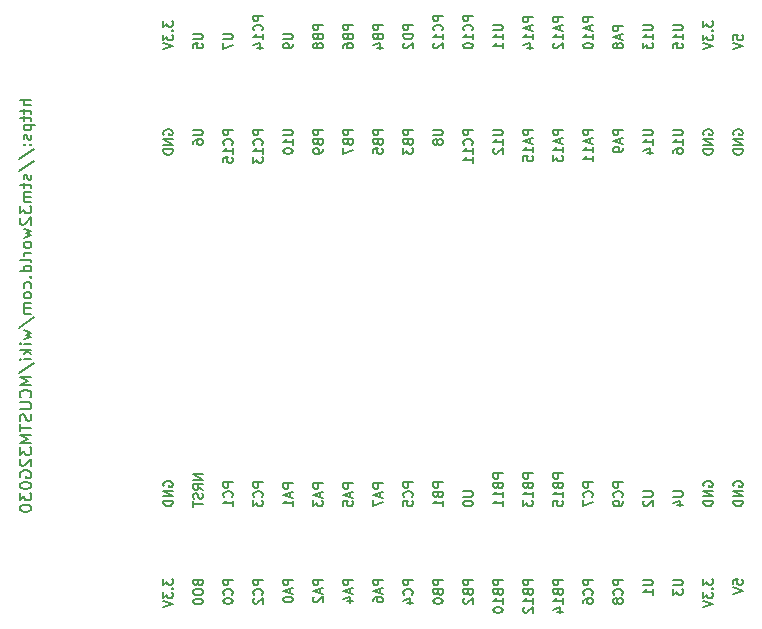
<source format=gbr>
%TF.GenerationSoftware,KiCad,Pcbnew,6.0.4+dfsg-1+b1*%
%TF.CreationDate,2022-05-06T01:05:30+08:00*%
%TF.ProjectId,mcustm32g030,6d637573-746d-4333-9267-3033302e6b69,a*%
%TF.SameCoordinates,Original*%
%TF.FileFunction,Legend,Bot*%
%TF.FilePolarity,Positive*%
%FSLAX46Y46*%
G04 Gerber Fmt 4.6, Leading zero omitted, Abs format (unit mm)*
G04 Created by KiCad (PCBNEW 6.0.4+dfsg-1+b1) date 2022-05-06 01:05:30*
%MOMM*%
%LPD*%
G01*
G04 APERTURE LIST*
%ADD10C,0.150000*%
G04 APERTURE END LIST*
D10*
%TO.C,J1*%
X145611904Y-79662976D02*
X146259523Y-79662976D01*
X146335714Y-79701071D01*
X146373809Y-79739166D01*
X146411904Y-79815357D01*
X146411904Y-79967738D01*
X146373809Y-80043928D01*
X146335714Y-80082023D01*
X146259523Y-80120119D01*
X145611904Y-80120119D01*
X146411904Y-80920119D02*
X146411904Y-80462976D01*
X146411904Y-80691547D02*
X145611904Y-80691547D01*
X145726190Y-80615357D01*
X145802380Y-80539166D01*
X145840476Y-80462976D01*
X145611904Y-81605833D02*
X145611904Y-81453452D01*
X145650000Y-81377261D01*
X145688095Y-81339166D01*
X145802380Y-81262976D01*
X145954761Y-81224880D01*
X146259523Y-81224880D01*
X146335714Y-81262976D01*
X146373809Y-81301071D01*
X146411904Y-81377261D01*
X146411904Y-81529642D01*
X146373809Y-81605833D01*
X146335714Y-81643928D01*
X146259523Y-81682023D01*
X146069047Y-81682023D01*
X145992857Y-81643928D01*
X145954761Y-81605833D01*
X145916666Y-81529642D01*
X145916666Y-81377261D01*
X145954761Y-81301071D01*
X145992857Y-81262976D01*
X146069047Y-81224880D01*
X141331904Y-79662976D02*
X140531904Y-79662976D01*
X140531904Y-79967738D01*
X140570000Y-80043928D01*
X140608095Y-80082023D01*
X140684285Y-80120119D01*
X140798571Y-80120119D01*
X140874761Y-80082023D01*
X140912857Y-80043928D01*
X140950952Y-79967738D01*
X140950952Y-79662976D01*
X141103333Y-80424880D02*
X141103333Y-80805833D01*
X141331904Y-80348690D02*
X140531904Y-80615357D01*
X141331904Y-80882023D01*
X141331904Y-81186785D02*
X141331904Y-81339166D01*
X141293809Y-81415357D01*
X141255714Y-81453452D01*
X141141428Y-81529642D01*
X140989047Y-81567738D01*
X140684285Y-81567738D01*
X140608095Y-81529642D01*
X140570000Y-81491547D01*
X140531904Y-81415357D01*
X140531904Y-81262976D01*
X140570000Y-81186785D01*
X140608095Y-81148690D01*
X140684285Y-81110595D01*
X140874761Y-81110595D01*
X140950952Y-81148690D01*
X140989047Y-81186785D01*
X141027142Y-81262976D01*
X141027142Y-81415357D01*
X140989047Y-81491547D01*
X140950952Y-81529642D01*
X140874761Y-81567738D01*
X128631904Y-69994166D02*
X127831904Y-69994166D01*
X127831904Y-70298928D01*
X127870000Y-70375119D01*
X127908095Y-70413214D01*
X127984285Y-70451309D01*
X128098571Y-70451309D01*
X128174761Y-70413214D01*
X128212857Y-70375119D01*
X128250952Y-70298928D01*
X128250952Y-69994166D01*
X128555714Y-71251309D02*
X128593809Y-71213214D01*
X128631904Y-71098928D01*
X128631904Y-71022738D01*
X128593809Y-70908452D01*
X128517619Y-70832261D01*
X128441428Y-70794166D01*
X128289047Y-70756071D01*
X128174761Y-70756071D01*
X128022380Y-70794166D01*
X127946190Y-70832261D01*
X127870000Y-70908452D01*
X127831904Y-71022738D01*
X127831904Y-71098928D01*
X127870000Y-71213214D01*
X127908095Y-71251309D01*
X128631904Y-72013214D02*
X128631904Y-71556071D01*
X128631904Y-71784642D02*
X127831904Y-71784642D01*
X127946190Y-71708452D01*
X128022380Y-71632261D01*
X128060476Y-71556071D01*
X127831904Y-72508452D02*
X127831904Y-72584642D01*
X127870000Y-72660833D01*
X127908095Y-72698928D01*
X127984285Y-72737023D01*
X128136666Y-72775119D01*
X128327142Y-72775119D01*
X128479523Y-72737023D01*
X128555714Y-72698928D01*
X128593809Y-72660833D01*
X128631904Y-72584642D01*
X128631904Y-72508452D01*
X128593809Y-72432261D01*
X128555714Y-72394166D01*
X128479523Y-72356071D01*
X128327142Y-72317976D01*
X128136666Y-72317976D01*
X127984285Y-72356071D01*
X127908095Y-72394166D01*
X127870000Y-72432261D01*
X127831904Y-72508452D01*
X110851904Y-69994166D02*
X110051904Y-69994166D01*
X110051904Y-70298928D01*
X110090000Y-70375119D01*
X110128095Y-70413214D01*
X110204285Y-70451309D01*
X110318571Y-70451309D01*
X110394761Y-70413214D01*
X110432857Y-70375119D01*
X110470952Y-70298928D01*
X110470952Y-69994166D01*
X110775714Y-71251309D02*
X110813809Y-71213214D01*
X110851904Y-71098928D01*
X110851904Y-71022738D01*
X110813809Y-70908452D01*
X110737619Y-70832261D01*
X110661428Y-70794166D01*
X110509047Y-70756071D01*
X110394761Y-70756071D01*
X110242380Y-70794166D01*
X110166190Y-70832261D01*
X110090000Y-70908452D01*
X110051904Y-71022738D01*
X110051904Y-71098928D01*
X110090000Y-71213214D01*
X110128095Y-71251309D01*
X110851904Y-72013214D02*
X110851904Y-71556071D01*
X110851904Y-71784642D02*
X110051904Y-71784642D01*
X110166190Y-71708452D01*
X110242380Y-71632261D01*
X110280476Y-71556071D01*
X110318571Y-72698928D02*
X110851904Y-72698928D01*
X110013809Y-72508452D02*
X110585238Y-72317976D01*
X110585238Y-72813214D01*
X123551904Y-109491071D02*
X122751904Y-109491071D01*
X122751904Y-109795833D01*
X122790000Y-109872023D01*
X122828095Y-109910119D01*
X122904285Y-109948214D01*
X123018571Y-109948214D01*
X123094761Y-109910119D01*
X123132857Y-109872023D01*
X123170952Y-109795833D01*
X123170952Y-109491071D01*
X123475714Y-110748214D02*
X123513809Y-110710119D01*
X123551904Y-110595833D01*
X123551904Y-110519642D01*
X123513809Y-110405357D01*
X123437619Y-110329166D01*
X123361428Y-110291071D01*
X123209047Y-110252976D01*
X123094761Y-110252976D01*
X122942380Y-110291071D01*
X122866190Y-110329166D01*
X122790000Y-110405357D01*
X122751904Y-110519642D01*
X122751904Y-110595833D01*
X122790000Y-110710119D01*
X122828095Y-110748214D01*
X122751904Y-111472023D02*
X122751904Y-111091071D01*
X123132857Y-111052976D01*
X123094761Y-111091071D01*
X123056666Y-111167261D01*
X123056666Y-111357738D01*
X123094761Y-111433928D01*
X123132857Y-111472023D01*
X123209047Y-111510119D01*
X123399523Y-111510119D01*
X123475714Y-111472023D01*
X123513809Y-111433928D01*
X123551904Y-111357738D01*
X123551904Y-111167261D01*
X123513809Y-111091071D01*
X123475714Y-111052976D01*
X131171904Y-117762976D02*
X130371904Y-117762976D01*
X130371904Y-118067738D01*
X130410000Y-118143928D01*
X130448095Y-118182023D01*
X130524285Y-118220119D01*
X130638571Y-118220119D01*
X130714761Y-118182023D01*
X130752857Y-118143928D01*
X130790952Y-118067738D01*
X130790952Y-117762976D01*
X130752857Y-118829642D02*
X130790952Y-118943928D01*
X130829047Y-118982023D01*
X130905238Y-119020119D01*
X131019523Y-119020119D01*
X131095714Y-118982023D01*
X131133809Y-118943928D01*
X131171904Y-118867738D01*
X131171904Y-118562976D01*
X130371904Y-118562976D01*
X130371904Y-118829642D01*
X130410000Y-118905833D01*
X130448095Y-118943928D01*
X130524285Y-118982023D01*
X130600476Y-118982023D01*
X130676666Y-118943928D01*
X130714761Y-118905833D01*
X130752857Y-118829642D01*
X130752857Y-118562976D01*
X131171904Y-119782023D02*
X131171904Y-119324880D01*
X131171904Y-119553452D02*
X130371904Y-119553452D01*
X130486190Y-119477261D01*
X130562380Y-119401071D01*
X130600476Y-119324880D01*
X130371904Y-120277261D02*
X130371904Y-120353452D01*
X130410000Y-120429642D01*
X130448095Y-120467738D01*
X130524285Y-120505833D01*
X130676666Y-120543928D01*
X130867142Y-120543928D01*
X131019523Y-120505833D01*
X131095714Y-120467738D01*
X131133809Y-120429642D01*
X131171904Y-120353452D01*
X131171904Y-120277261D01*
X131133809Y-120201071D01*
X131095714Y-120162976D01*
X131019523Y-120124880D01*
X130867142Y-120086785D01*
X130676666Y-120086785D01*
X130524285Y-120124880D01*
X130448095Y-120162976D01*
X130410000Y-120201071D01*
X130371904Y-120277261D01*
X112591904Y-79662976D02*
X113239523Y-79662976D01*
X113315714Y-79701071D01*
X113353809Y-79739166D01*
X113391904Y-79815357D01*
X113391904Y-79967738D01*
X113353809Y-80043928D01*
X113315714Y-80082023D01*
X113239523Y-80120119D01*
X112591904Y-80120119D01*
X113391904Y-80920119D02*
X113391904Y-80462976D01*
X113391904Y-80691547D02*
X112591904Y-80691547D01*
X112706190Y-80615357D01*
X112782380Y-80539166D01*
X112820476Y-80462976D01*
X112591904Y-81415357D02*
X112591904Y-81491547D01*
X112630000Y-81567738D01*
X112668095Y-81605833D01*
X112744285Y-81643928D01*
X112896666Y-81682023D01*
X113087142Y-81682023D01*
X113239523Y-81643928D01*
X113315714Y-81605833D01*
X113353809Y-81567738D01*
X113391904Y-81491547D01*
X113391904Y-81415357D01*
X113353809Y-81339166D01*
X113315714Y-81301071D01*
X113239523Y-81262976D01*
X113087142Y-81224880D01*
X112896666Y-81224880D01*
X112744285Y-81262976D01*
X112668095Y-81301071D01*
X112630000Y-81339166D01*
X112591904Y-81415357D01*
X121011904Y-70756071D02*
X120211904Y-70756071D01*
X120211904Y-71060833D01*
X120250000Y-71137023D01*
X120288095Y-71175119D01*
X120364285Y-71213214D01*
X120478571Y-71213214D01*
X120554761Y-71175119D01*
X120592857Y-71137023D01*
X120630952Y-71060833D01*
X120630952Y-70756071D01*
X120592857Y-71822738D02*
X120630952Y-71937023D01*
X120669047Y-71975119D01*
X120745238Y-72013214D01*
X120859523Y-72013214D01*
X120935714Y-71975119D01*
X120973809Y-71937023D01*
X121011904Y-71860833D01*
X121011904Y-71556071D01*
X120211904Y-71556071D01*
X120211904Y-71822738D01*
X120250000Y-71898928D01*
X120288095Y-71937023D01*
X120364285Y-71975119D01*
X120440476Y-71975119D01*
X120516666Y-71937023D01*
X120554761Y-71898928D01*
X120592857Y-71822738D01*
X120592857Y-71556071D01*
X120478571Y-72698928D02*
X121011904Y-72698928D01*
X120173809Y-72508452D02*
X120745238Y-72317976D01*
X120745238Y-72813214D01*
X138791904Y-117762976D02*
X137991904Y-117762976D01*
X137991904Y-118067738D01*
X138030000Y-118143928D01*
X138068095Y-118182023D01*
X138144285Y-118220119D01*
X138258571Y-118220119D01*
X138334761Y-118182023D01*
X138372857Y-118143928D01*
X138410952Y-118067738D01*
X138410952Y-117762976D01*
X138715714Y-119020119D02*
X138753809Y-118982023D01*
X138791904Y-118867738D01*
X138791904Y-118791547D01*
X138753809Y-118677261D01*
X138677619Y-118601071D01*
X138601428Y-118562976D01*
X138449047Y-118524880D01*
X138334761Y-118524880D01*
X138182380Y-118562976D01*
X138106190Y-118601071D01*
X138030000Y-118677261D01*
X137991904Y-118791547D01*
X137991904Y-118867738D01*
X138030000Y-118982023D01*
X138068095Y-119020119D01*
X137991904Y-119705833D02*
X137991904Y-119553452D01*
X138030000Y-119477261D01*
X138068095Y-119439166D01*
X138182380Y-119362976D01*
X138334761Y-119324880D01*
X138639523Y-119324880D01*
X138715714Y-119362976D01*
X138753809Y-119401071D01*
X138791904Y-119477261D01*
X138791904Y-119629642D01*
X138753809Y-119705833D01*
X138715714Y-119743928D01*
X138639523Y-119782023D01*
X138449047Y-119782023D01*
X138372857Y-119743928D01*
X138334761Y-119705833D01*
X138296666Y-119629642D01*
X138296666Y-119477261D01*
X138334761Y-119401071D01*
X138372857Y-119362976D01*
X138449047Y-119324880D01*
X121011904Y-79662976D02*
X120211904Y-79662976D01*
X120211904Y-79967738D01*
X120250000Y-80043928D01*
X120288095Y-80082023D01*
X120364285Y-80120119D01*
X120478571Y-80120119D01*
X120554761Y-80082023D01*
X120592857Y-80043928D01*
X120630952Y-79967738D01*
X120630952Y-79662976D01*
X120592857Y-80729642D02*
X120630952Y-80843928D01*
X120669047Y-80882023D01*
X120745238Y-80920119D01*
X120859523Y-80920119D01*
X120935714Y-80882023D01*
X120973809Y-80843928D01*
X121011904Y-80767738D01*
X121011904Y-80462976D01*
X120211904Y-80462976D01*
X120211904Y-80729642D01*
X120250000Y-80805833D01*
X120288095Y-80843928D01*
X120364285Y-80882023D01*
X120440476Y-80882023D01*
X120516666Y-80843928D01*
X120554761Y-80805833D01*
X120592857Y-80729642D01*
X120592857Y-80462976D01*
X120211904Y-81643928D02*
X120211904Y-81262976D01*
X120592857Y-81224880D01*
X120554761Y-81262976D01*
X120516666Y-81339166D01*
X120516666Y-81529642D01*
X120554761Y-81605833D01*
X120592857Y-81643928D01*
X120669047Y-81682023D01*
X120859523Y-81682023D01*
X120935714Y-81643928D01*
X120973809Y-81605833D01*
X121011904Y-81529642D01*
X121011904Y-81339166D01*
X120973809Y-81262976D01*
X120935714Y-81224880D01*
X148151904Y-70451309D02*
X148151904Y-70946547D01*
X148456666Y-70679880D01*
X148456666Y-70794166D01*
X148494761Y-70870357D01*
X148532857Y-70908452D01*
X148609047Y-70946547D01*
X148799523Y-70946547D01*
X148875714Y-70908452D01*
X148913809Y-70870357D01*
X148951904Y-70794166D01*
X148951904Y-70565595D01*
X148913809Y-70489404D01*
X148875714Y-70451309D01*
X148875714Y-71289404D02*
X148913809Y-71327500D01*
X148951904Y-71289404D01*
X148913809Y-71251309D01*
X148875714Y-71289404D01*
X148951904Y-71289404D01*
X148151904Y-71594166D02*
X148151904Y-72089404D01*
X148456666Y-71822738D01*
X148456666Y-71937023D01*
X148494761Y-72013214D01*
X148532857Y-72051309D01*
X148609047Y-72089404D01*
X148799523Y-72089404D01*
X148875714Y-72051309D01*
X148913809Y-72013214D01*
X148951904Y-71937023D01*
X148951904Y-71708452D01*
X148913809Y-71632261D01*
X148875714Y-71594166D01*
X148151904Y-72317976D02*
X148951904Y-72584642D01*
X148151904Y-72851309D01*
X110851904Y-79662976D02*
X110051904Y-79662976D01*
X110051904Y-79967738D01*
X110090000Y-80043928D01*
X110128095Y-80082023D01*
X110204285Y-80120119D01*
X110318571Y-80120119D01*
X110394761Y-80082023D01*
X110432857Y-80043928D01*
X110470952Y-79967738D01*
X110470952Y-79662976D01*
X110775714Y-80920119D02*
X110813809Y-80882023D01*
X110851904Y-80767738D01*
X110851904Y-80691547D01*
X110813809Y-80577261D01*
X110737619Y-80501071D01*
X110661428Y-80462976D01*
X110509047Y-80424880D01*
X110394761Y-80424880D01*
X110242380Y-80462976D01*
X110166190Y-80501071D01*
X110090000Y-80577261D01*
X110051904Y-80691547D01*
X110051904Y-80767738D01*
X110090000Y-80882023D01*
X110128095Y-80920119D01*
X110851904Y-81682023D02*
X110851904Y-81224880D01*
X110851904Y-81453452D02*
X110051904Y-81453452D01*
X110166190Y-81377261D01*
X110242380Y-81301071D01*
X110280476Y-81224880D01*
X110051904Y-81948690D02*
X110051904Y-82443928D01*
X110356666Y-82177261D01*
X110356666Y-82291547D01*
X110394761Y-82367738D01*
X110432857Y-82405833D01*
X110509047Y-82443928D01*
X110699523Y-82443928D01*
X110775714Y-82405833D01*
X110813809Y-82367738D01*
X110851904Y-82291547D01*
X110851904Y-82062976D01*
X110813809Y-81986785D01*
X110775714Y-81948690D01*
X143071904Y-110252976D02*
X143719523Y-110252976D01*
X143795714Y-110291071D01*
X143833809Y-110329166D01*
X143871904Y-110405357D01*
X143871904Y-110557738D01*
X143833809Y-110633928D01*
X143795714Y-110672023D01*
X143719523Y-110710119D01*
X143071904Y-110710119D01*
X143148095Y-111052976D02*
X143110000Y-111091071D01*
X143071904Y-111167261D01*
X143071904Y-111357738D01*
X143110000Y-111433928D01*
X143148095Y-111472023D01*
X143224285Y-111510119D01*
X143300476Y-111510119D01*
X143414761Y-111472023D01*
X143871904Y-111014880D01*
X143871904Y-111510119D01*
X141331904Y-70870357D02*
X140531904Y-70870357D01*
X140531904Y-71175119D01*
X140570000Y-71251309D01*
X140608095Y-71289404D01*
X140684285Y-71327500D01*
X140798571Y-71327500D01*
X140874761Y-71289404D01*
X140912857Y-71251309D01*
X140950952Y-71175119D01*
X140950952Y-70870357D01*
X141103333Y-71632261D02*
X141103333Y-72013214D01*
X141331904Y-71556071D02*
X140531904Y-71822738D01*
X141331904Y-72089404D01*
X140874761Y-72470357D02*
X140836666Y-72394166D01*
X140798571Y-72356071D01*
X140722380Y-72317976D01*
X140684285Y-72317976D01*
X140608095Y-72356071D01*
X140570000Y-72394166D01*
X140531904Y-72470357D01*
X140531904Y-72622738D01*
X140570000Y-72698928D01*
X140608095Y-72737023D01*
X140684285Y-72775119D01*
X140722380Y-72775119D01*
X140798571Y-72737023D01*
X140836666Y-72698928D01*
X140874761Y-72622738D01*
X140874761Y-72470357D01*
X140912857Y-72394166D01*
X140950952Y-72356071D01*
X141027142Y-72317976D01*
X141179523Y-72317976D01*
X141255714Y-72356071D01*
X141293809Y-72394166D01*
X141331904Y-72470357D01*
X141331904Y-72622738D01*
X141293809Y-72698928D01*
X141255714Y-72737023D01*
X141179523Y-72775119D01*
X141027142Y-72775119D01*
X140950952Y-72737023D01*
X140912857Y-72698928D01*
X140874761Y-72622738D01*
X145611904Y-117762976D02*
X146259523Y-117762976D01*
X146335714Y-117801071D01*
X146373809Y-117839166D01*
X146411904Y-117915357D01*
X146411904Y-118067738D01*
X146373809Y-118143928D01*
X146335714Y-118182023D01*
X146259523Y-118220119D01*
X145611904Y-118220119D01*
X145611904Y-118524880D02*
X145611904Y-119020119D01*
X145916666Y-118753452D01*
X145916666Y-118867738D01*
X145954761Y-118943928D01*
X145992857Y-118982023D01*
X146069047Y-119020119D01*
X146259523Y-119020119D01*
X146335714Y-118982023D01*
X146373809Y-118943928D01*
X146411904Y-118867738D01*
X146411904Y-118639166D01*
X146373809Y-118562976D01*
X146335714Y-118524880D01*
X102431904Y-70451309D02*
X102431904Y-70946547D01*
X102736666Y-70679880D01*
X102736666Y-70794166D01*
X102774761Y-70870357D01*
X102812857Y-70908452D01*
X102889047Y-70946547D01*
X103079523Y-70946547D01*
X103155714Y-70908452D01*
X103193809Y-70870357D01*
X103231904Y-70794166D01*
X103231904Y-70565595D01*
X103193809Y-70489404D01*
X103155714Y-70451309D01*
X103155714Y-71289404D02*
X103193809Y-71327500D01*
X103231904Y-71289404D01*
X103193809Y-71251309D01*
X103155714Y-71289404D01*
X103231904Y-71289404D01*
X102431904Y-71594166D02*
X102431904Y-72089404D01*
X102736666Y-71822738D01*
X102736666Y-71937023D01*
X102774761Y-72013214D01*
X102812857Y-72051309D01*
X102889047Y-72089404D01*
X103079523Y-72089404D01*
X103155714Y-72051309D01*
X103193809Y-72013214D01*
X103231904Y-71937023D01*
X103231904Y-71708452D01*
X103193809Y-71632261D01*
X103155714Y-71594166D01*
X102431904Y-72317976D02*
X103231904Y-72584642D01*
X102431904Y-72851309D01*
X141331904Y-109491071D02*
X140531904Y-109491071D01*
X140531904Y-109795833D01*
X140570000Y-109872023D01*
X140608095Y-109910119D01*
X140684285Y-109948214D01*
X140798571Y-109948214D01*
X140874761Y-109910119D01*
X140912857Y-109872023D01*
X140950952Y-109795833D01*
X140950952Y-109491071D01*
X141255714Y-110748214D02*
X141293809Y-110710119D01*
X141331904Y-110595833D01*
X141331904Y-110519642D01*
X141293809Y-110405357D01*
X141217619Y-110329166D01*
X141141428Y-110291071D01*
X140989047Y-110252976D01*
X140874761Y-110252976D01*
X140722380Y-110291071D01*
X140646190Y-110329166D01*
X140570000Y-110405357D01*
X140531904Y-110519642D01*
X140531904Y-110595833D01*
X140570000Y-110710119D01*
X140608095Y-110748214D01*
X141331904Y-111129166D02*
X141331904Y-111281547D01*
X141293809Y-111357738D01*
X141255714Y-111395833D01*
X141141428Y-111472023D01*
X140989047Y-111510119D01*
X140684285Y-111510119D01*
X140608095Y-111472023D01*
X140570000Y-111433928D01*
X140531904Y-111357738D01*
X140531904Y-111205357D01*
X140570000Y-111129166D01*
X140608095Y-111091071D01*
X140684285Y-111052976D01*
X140874761Y-111052976D01*
X140950952Y-111091071D01*
X140989047Y-111129166D01*
X141027142Y-111205357D01*
X141027142Y-111357738D01*
X140989047Y-111433928D01*
X140950952Y-111472023D01*
X140874761Y-111510119D01*
X115931904Y-117762976D02*
X115131904Y-117762976D01*
X115131904Y-118067738D01*
X115170000Y-118143928D01*
X115208095Y-118182023D01*
X115284285Y-118220119D01*
X115398571Y-118220119D01*
X115474761Y-118182023D01*
X115512857Y-118143928D01*
X115550952Y-118067738D01*
X115550952Y-117762976D01*
X115703333Y-118524880D02*
X115703333Y-118905833D01*
X115931904Y-118448690D02*
X115131904Y-118715357D01*
X115931904Y-118982023D01*
X115208095Y-119210595D02*
X115170000Y-119248690D01*
X115131904Y-119324880D01*
X115131904Y-119515357D01*
X115170000Y-119591547D01*
X115208095Y-119629642D01*
X115284285Y-119667738D01*
X115360476Y-119667738D01*
X115474761Y-119629642D01*
X115931904Y-119172500D01*
X115931904Y-119667738D01*
X136251904Y-79662976D02*
X135451904Y-79662976D01*
X135451904Y-79967738D01*
X135490000Y-80043928D01*
X135528095Y-80082023D01*
X135604285Y-80120119D01*
X135718571Y-80120119D01*
X135794761Y-80082023D01*
X135832857Y-80043928D01*
X135870952Y-79967738D01*
X135870952Y-79662976D01*
X136023333Y-80424880D02*
X136023333Y-80805833D01*
X136251904Y-80348690D02*
X135451904Y-80615357D01*
X136251904Y-80882023D01*
X136251904Y-81567738D02*
X136251904Y-81110595D01*
X136251904Y-81339166D02*
X135451904Y-81339166D01*
X135566190Y-81262976D01*
X135642380Y-81186785D01*
X135680476Y-81110595D01*
X135451904Y-81834404D02*
X135451904Y-82329642D01*
X135756666Y-82062976D01*
X135756666Y-82177261D01*
X135794761Y-82253452D01*
X135832857Y-82291547D01*
X135909047Y-82329642D01*
X136099523Y-82329642D01*
X136175714Y-82291547D01*
X136213809Y-82253452D01*
X136251904Y-82177261D01*
X136251904Y-81948690D01*
X136213809Y-81872500D01*
X136175714Y-81834404D01*
X108311904Y-79662976D02*
X107511904Y-79662976D01*
X107511904Y-79967738D01*
X107550000Y-80043928D01*
X107588095Y-80082023D01*
X107664285Y-80120119D01*
X107778571Y-80120119D01*
X107854761Y-80082023D01*
X107892857Y-80043928D01*
X107930952Y-79967738D01*
X107930952Y-79662976D01*
X108235714Y-80920119D02*
X108273809Y-80882023D01*
X108311904Y-80767738D01*
X108311904Y-80691547D01*
X108273809Y-80577261D01*
X108197619Y-80501071D01*
X108121428Y-80462976D01*
X107969047Y-80424880D01*
X107854761Y-80424880D01*
X107702380Y-80462976D01*
X107626190Y-80501071D01*
X107550000Y-80577261D01*
X107511904Y-80691547D01*
X107511904Y-80767738D01*
X107550000Y-80882023D01*
X107588095Y-80920119D01*
X108311904Y-81682023D02*
X108311904Y-81224880D01*
X108311904Y-81453452D02*
X107511904Y-81453452D01*
X107626190Y-81377261D01*
X107702380Y-81301071D01*
X107740476Y-81224880D01*
X107511904Y-82405833D02*
X107511904Y-82024880D01*
X107892857Y-81986785D01*
X107854761Y-82024880D01*
X107816666Y-82101071D01*
X107816666Y-82291547D01*
X107854761Y-82367738D01*
X107892857Y-82405833D01*
X107969047Y-82443928D01*
X108159523Y-82443928D01*
X108235714Y-82405833D01*
X108273809Y-82367738D01*
X108311904Y-82291547D01*
X108311904Y-82101071D01*
X108273809Y-82024880D01*
X108235714Y-81986785D01*
X126091904Y-69994166D02*
X125291904Y-69994166D01*
X125291904Y-70298928D01*
X125330000Y-70375119D01*
X125368095Y-70413214D01*
X125444285Y-70451309D01*
X125558571Y-70451309D01*
X125634761Y-70413214D01*
X125672857Y-70375119D01*
X125710952Y-70298928D01*
X125710952Y-69994166D01*
X126015714Y-71251309D02*
X126053809Y-71213214D01*
X126091904Y-71098928D01*
X126091904Y-71022738D01*
X126053809Y-70908452D01*
X125977619Y-70832261D01*
X125901428Y-70794166D01*
X125749047Y-70756071D01*
X125634761Y-70756071D01*
X125482380Y-70794166D01*
X125406190Y-70832261D01*
X125330000Y-70908452D01*
X125291904Y-71022738D01*
X125291904Y-71098928D01*
X125330000Y-71213214D01*
X125368095Y-71251309D01*
X126091904Y-72013214D02*
X126091904Y-71556071D01*
X126091904Y-71784642D02*
X125291904Y-71784642D01*
X125406190Y-71708452D01*
X125482380Y-71632261D01*
X125520476Y-71556071D01*
X125368095Y-72317976D02*
X125330000Y-72356071D01*
X125291904Y-72432261D01*
X125291904Y-72622738D01*
X125330000Y-72698928D01*
X125368095Y-72737023D01*
X125444285Y-72775119D01*
X125520476Y-72775119D01*
X125634761Y-72737023D01*
X126091904Y-72279880D01*
X126091904Y-72775119D01*
X105771904Y-108843452D02*
X104971904Y-108843452D01*
X105771904Y-109300595D01*
X104971904Y-109300595D01*
X105771904Y-110138690D02*
X105390952Y-109872023D01*
X105771904Y-109681547D02*
X104971904Y-109681547D01*
X104971904Y-109986309D01*
X105010000Y-110062500D01*
X105048095Y-110100595D01*
X105124285Y-110138690D01*
X105238571Y-110138690D01*
X105314761Y-110100595D01*
X105352857Y-110062500D01*
X105390952Y-109986309D01*
X105390952Y-109681547D01*
X105733809Y-110443452D02*
X105771904Y-110557738D01*
X105771904Y-110748214D01*
X105733809Y-110824404D01*
X105695714Y-110862500D01*
X105619523Y-110900595D01*
X105543333Y-110900595D01*
X105467142Y-110862500D01*
X105429047Y-110824404D01*
X105390952Y-110748214D01*
X105352857Y-110595833D01*
X105314761Y-110519642D01*
X105276666Y-110481547D01*
X105200476Y-110443452D01*
X105124285Y-110443452D01*
X105048095Y-110481547D01*
X105010000Y-110519642D01*
X104971904Y-110595833D01*
X104971904Y-110786309D01*
X105010000Y-110900595D01*
X104971904Y-111129166D02*
X104971904Y-111586309D01*
X105771904Y-111357738D02*
X104971904Y-111357738D01*
X148190000Y-109833928D02*
X148151904Y-109757738D01*
X148151904Y-109643452D01*
X148190000Y-109529166D01*
X148266190Y-109452976D01*
X148342380Y-109414880D01*
X148494761Y-109376785D01*
X148609047Y-109376785D01*
X148761428Y-109414880D01*
X148837619Y-109452976D01*
X148913809Y-109529166D01*
X148951904Y-109643452D01*
X148951904Y-109719642D01*
X148913809Y-109833928D01*
X148875714Y-109872023D01*
X148609047Y-109872023D01*
X148609047Y-109719642D01*
X148951904Y-110214880D02*
X148151904Y-110214880D01*
X148951904Y-110672023D01*
X148151904Y-110672023D01*
X148951904Y-111052976D02*
X148151904Y-111052976D01*
X148151904Y-111243452D01*
X148190000Y-111357738D01*
X148266190Y-111433928D01*
X148342380Y-111472023D01*
X148494761Y-111510119D01*
X148609047Y-111510119D01*
X148761428Y-111472023D01*
X148837619Y-111433928D01*
X148913809Y-111357738D01*
X148951904Y-111243452D01*
X148951904Y-111052976D01*
X118471904Y-79662976D02*
X117671904Y-79662976D01*
X117671904Y-79967738D01*
X117710000Y-80043928D01*
X117748095Y-80082023D01*
X117824285Y-80120119D01*
X117938571Y-80120119D01*
X118014761Y-80082023D01*
X118052857Y-80043928D01*
X118090952Y-79967738D01*
X118090952Y-79662976D01*
X118052857Y-80729642D02*
X118090952Y-80843928D01*
X118129047Y-80882023D01*
X118205238Y-80920119D01*
X118319523Y-80920119D01*
X118395714Y-80882023D01*
X118433809Y-80843928D01*
X118471904Y-80767738D01*
X118471904Y-80462976D01*
X117671904Y-80462976D01*
X117671904Y-80729642D01*
X117710000Y-80805833D01*
X117748095Y-80843928D01*
X117824285Y-80882023D01*
X117900476Y-80882023D01*
X117976666Y-80843928D01*
X118014761Y-80805833D01*
X118052857Y-80729642D01*
X118052857Y-80462976D01*
X117671904Y-81186785D02*
X117671904Y-81720119D01*
X118471904Y-81377261D01*
X148190000Y-80082023D02*
X148151904Y-80005833D01*
X148151904Y-79891547D01*
X148190000Y-79777261D01*
X148266190Y-79701071D01*
X148342380Y-79662976D01*
X148494761Y-79624880D01*
X148609047Y-79624880D01*
X148761428Y-79662976D01*
X148837619Y-79701071D01*
X148913809Y-79777261D01*
X148951904Y-79891547D01*
X148951904Y-79967738D01*
X148913809Y-80082023D01*
X148875714Y-80120119D01*
X148609047Y-80120119D01*
X148609047Y-79967738D01*
X148951904Y-80462976D02*
X148151904Y-80462976D01*
X148951904Y-80920119D01*
X148151904Y-80920119D01*
X148951904Y-81301071D02*
X148151904Y-81301071D01*
X148151904Y-81491547D01*
X148190000Y-81605833D01*
X148266190Y-81682023D01*
X148342380Y-81720119D01*
X148494761Y-81758214D01*
X148609047Y-81758214D01*
X148761428Y-81720119D01*
X148837619Y-81682023D01*
X148913809Y-81605833D01*
X148951904Y-81491547D01*
X148951904Y-81301071D01*
X133711904Y-79662976D02*
X132911904Y-79662976D01*
X132911904Y-79967738D01*
X132950000Y-80043928D01*
X132988095Y-80082023D01*
X133064285Y-80120119D01*
X133178571Y-80120119D01*
X133254761Y-80082023D01*
X133292857Y-80043928D01*
X133330952Y-79967738D01*
X133330952Y-79662976D01*
X133483333Y-80424880D02*
X133483333Y-80805833D01*
X133711904Y-80348690D02*
X132911904Y-80615357D01*
X133711904Y-80882023D01*
X133711904Y-81567738D02*
X133711904Y-81110595D01*
X133711904Y-81339166D02*
X132911904Y-81339166D01*
X133026190Y-81262976D01*
X133102380Y-81186785D01*
X133140476Y-81110595D01*
X132911904Y-82291547D02*
X132911904Y-81910595D01*
X133292857Y-81872500D01*
X133254761Y-81910595D01*
X133216666Y-81986785D01*
X133216666Y-82177261D01*
X133254761Y-82253452D01*
X133292857Y-82291547D01*
X133369047Y-82329642D01*
X133559523Y-82329642D01*
X133635714Y-82291547D01*
X133673809Y-82253452D01*
X133711904Y-82177261D01*
X133711904Y-81986785D01*
X133673809Y-81910595D01*
X133635714Y-81872500D01*
X110851904Y-117762976D02*
X110051904Y-117762976D01*
X110051904Y-118067738D01*
X110090000Y-118143928D01*
X110128095Y-118182023D01*
X110204285Y-118220119D01*
X110318571Y-118220119D01*
X110394761Y-118182023D01*
X110432857Y-118143928D01*
X110470952Y-118067738D01*
X110470952Y-117762976D01*
X110775714Y-119020119D02*
X110813809Y-118982023D01*
X110851904Y-118867738D01*
X110851904Y-118791547D01*
X110813809Y-118677261D01*
X110737619Y-118601071D01*
X110661428Y-118562976D01*
X110509047Y-118524880D01*
X110394761Y-118524880D01*
X110242380Y-118562976D01*
X110166190Y-118601071D01*
X110090000Y-118677261D01*
X110051904Y-118791547D01*
X110051904Y-118867738D01*
X110090000Y-118982023D01*
X110128095Y-119020119D01*
X110128095Y-119324880D02*
X110090000Y-119362976D01*
X110051904Y-119439166D01*
X110051904Y-119629642D01*
X110090000Y-119705833D01*
X110128095Y-119743928D01*
X110204285Y-119782023D01*
X110280476Y-119782023D01*
X110394761Y-119743928D01*
X110851904Y-119286785D01*
X110851904Y-119782023D01*
X115931904Y-79662976D02*
X115131904Y-79662976D01*
X115131904Y-79967738D01*
X115170000Y-80043928D01*
X115208095Y-80082023D01*
X115284285Y-80120119D01*
X115398571Y-80120119D01*
X115474761Y-80082023D01*
X115512857Y-80043928D01*
X115550952Y-79967738D01*
X115550952Y-79662976D01*
X115512857Y-80729642D02*
X115550952Y-80843928D01*
X115589047Y-80882023D01*
X115665238Y-80920119D01*
X115779523Y-80920119D01*
X115855714Y-80882023D01*
X115893809Y-80843928D01*
X115931904Y-80767738D01*
X115931904Y-80462976D01*
X115131904Y-80462976D01*
X115131904Y-80729642D01*
X115170000Y-80805833D01*
X115208095Y-80843928D01*
X115284285Y-80882023D01*
X115360476Y-80882023D01*
X115436666Y-80843928D01*
X115474761Y-80805833D01*
X115512857Y-80729642D01*
X115512857Y-80462976D01*
X115931904Y-81301071D02*
X115931904Y-81453452D01*
X115893809Y-81529642D01*
X115855714Y-81567738D01*
X115741428Y-81643928D01*
X115589047Y-81682023D01*
X115284285Y-81682023D01*
X115208095Y-81643928D01*
X115170000Y-81605833D01*
X115131904Y-81529642D01*
X115131904Y-81377261D01*
X115170000Y-81301071D01*
X115208095Y-81262976D01*
X115284285Y-81224880D01*
X115474761Y-81224880D01*
X115550952Y-81262976D01*
X115589047Y-81301071D01*
X115627142Y-81377261D01*
X115627142Y-81529642D01*
X115589047Y-81605833D01*
X115550952Y-81643928D01*
X115474761Y-81682023D01*
X102431904Y-117686785D02*
X102431904Y-118182023D01*
X102736666Y-117915357D01*
X102736666Y-118029642D01*
X102774761Y-118105833D01*
X102812857Y-118143928D01*
X102889047Y-118182023D01*
X103079523Y-118182023D01*
X103155714Y-118143928D01*
X103193809Y-118105833D01*
X103231904Y-118029642D01*
X103231904Y-117801071D01*
X103193809Y-117724880D01*
X103155714Y-117686785D01*
X103155714Y-118524880D02*
X103193809Y-118562976D01*
X103231904Y-118524880D01*
X103193809Y-118486785D01*
X103155714Y-118524880D01*
X103231904Y-118524880D01*
X102431904Y-118829642D02*
X102431904Y-119324880D01*
X102736666Y-119058214D01*
X102736666Y-119172500D01*
X102774761Y-119248690D01*
X102812857Y-119286785D01*
X102889047Y-119324880D01*
X103079523Y-119324880D01*
X103155714Y-119286785D01*
X103193809Y-119248690D01*
X103231904Y-119172500D01*
X103231904Y-118943928D01*
X103193809Y-118867738D01*
X103155714Y-118829642D01*
X102431904Y-119553452D02*
X103231904Y-119820119D01*
X102431904Y-120086785D01*
X145611904Y-70756071D02*
X146259523Y-70756071D01*
X146335714Y-70794166D01*
X146373809Y-70832261D01*
X146411904Y-70908452D01*
X146411904Y-71060833D01*
X146373809Y-71137023D01*
X146335714Y-71175119D01*
X146259523Y-71213214D01*
X145611904Y-71213214D01*
X146411904Y-72013214D02*
X146411904Y-71556071D01*
X146411904Y-71784642D02*
X145611904Y-71784642D01*
X145726190Y-71708452D01*
X145802380Y-71632261D01*
X145840476Y-71556071D01*
X145611904Y-72737023D02*
X145611904Y-72356071D01*
X145992857Y-72317976D01*
X145954761Y-72356071D01*
X145916666Y-72432261D01*
X145916666Y-72622738D01*
X145954761Y-72698928D01*
X145992857Y-72737023D01*
X146069047Y-72775119D01*
X146259523Y-72775119D01*
X146335714Y-72737023D01*
X146373809Y-72698928D01*
X146411904Y-72622738D01*
X146411904Y-72432261D01*
X146373809Y-72356071D01*
X146335714Y-72317976D01*
X141331904Y-117762976D02*
X140531904Y-117762976D01*
X140531904Y-118067738D01*
X140570000Y-118143928D01*
X140608095Y-118182023D01*
X140684285Y-118220119D01*
X140798571Y-118220119D01*
X140874761Y-118182023D01*
X140912857Y-118143928D01*
X140950952Y-118067738D01*
X140950952Y-117762976D01*
X141255714Y-119020119D02*
X141293809Y-118982023D01*
X141331904Y-118867738D01*
X141331904Y-118791547D01*
X141293809Y-118677261D01*
X141217619Y-118601071D01*
X141141428Y-118562976D01*
X140989047Y-118524880D01*
X140874761Y-118524880D01*
X140722380Y-118562976D01*
X140646190Y-118601071D01*
X140570000Y-118677261D01*
X140531904Y-118791547D01*
X140531904Y-118867738D01*
X140570000Y-118982023D01*
X140608095Y-119020119D01*
X140874761Y-119477261D02*
X140836666Y-119401071D01*
X140798571Y-119362976D01*
X140722380Y-119324880D01*
X140684285Y-119324880D01*
X140608095Y-119362976D01*
X140570000Y-119401071D01*
X140531904Y-119477261D01*
X140531904Y-119629642D01*
X140570000Y-119705833D01*
X140608095Y-119743928D01*
X140684285Y-119782023D01*
X140722380Y-119782023D01*
X140798571Y-119743928D01*
X140836666Y-119705833D01*
X140874761Y-119629642D01*
X140874761Y-119477261D01*
X140912857Y-119401071D01*
X140950952Y-119362976D01*
X141027142Y-119324880D01*
X141179523Y-119324880D01*
X141255714Y-119362976D01*
X141293809Y-119401071D01*
X141331904Y-119477261D01*
X141331904Y-119629642D01*
X141293809Y-119705833D01*
X141255714Y-119743928D01*
X141179523Y-119782023D01*
X141027142Y-119782023D01*
X140950952Y-119743928D01*
X140912857Y-119705833D01*
X140874761Y-119629642D01*
X104971904Y-71517976D02*
X105619523Y-71517976D01*
X105695714Y-71556071D01*
X105733809Y-71594166D01*
X105771904Y-71670357D01*
X105771904Y-71822738D01*
X105733809Y-71898928D01*
X105695714Y-71937023D01*
X105619523Y-71975119D01*
X104971904Y-71975119D01*
X104971904Y-72737023D02*
X104971904Y-72356071D01*
X105352857Y-72317976D01*
X105314761Y-72356071D01*
X105276666Y-72432261D01*
X105276666Y-72622738D01*
X105314761Y-72698928D01*
X105352857Y-72737023D01*
X105429047Y-72775119D01*
X105619523Y-72775119D01*
X105695714Y-72737023D01*
X105733809Y-72698928D01*
X105771904Y-72622738D01*
X105771904Y-72432261D01*
X105733809Y-72356071D01*
X105695714Y-72317976D01*
X108311904Y-117762976D02*
X107511904Y-117762976D01*
X107511904Y-118067738D01*
X107550000Y-118143928D01*
X107588095Y-118182023D01*
X107664285Y-118220119D01*
X107778571Y-118220119D01*
X107854761Y-118182023D01*
X107892857Y-118143928D01*
X107930952Y-118067738D01*
X107930952Y-117762976D01*
X108235714Y-119020119D02*
X108273809Y-118982023D01*
X108311904Y-118867738D01*
X108311904Y-118791547D01*
X108273809Y-118677261D01*
X108197619Y-118601071D01*
X108121428Y-118562976D01*
X107969047Y-118524880D01*
X107854761Y-118524880D01*
X107702380Y-118562976D01*
X107626190Y-118601071D01*
X107550000Y-118677261D01*
X107511904Y-118791547D01*
X107511904Y-118867738D01*
X107550000Y-118982023D01*
X107588095Y-119020119D01*
X107511904Y-119515357D02*
X107511904Y-119591547D01*
X107550000Y-119667738D01*
X107588095Y-119705833D01*
X107664285Y-119743928D01*
X107816666Y-119782023D01*
X108007142Y-119782023D01*
X108159523Y-119743928D01*
X108235714Y-119705833D01*
X108273809Y-119667738D01*
X108311904Y-119591547D01*
X108311904Y-119515357D01*
X108273809Y-119439166D01*
X108235714Y-119401071D01*
X108159523Y-119362976D01*
X108007142Y-119324880D01*
X107816666Y-119324880D01*
X107664285Y-119362976D01*
X107588095Y-119401071D01*
X107550000Y-119439166D01*
X107511904Y-119515357D01*
X148151904Y-117686785D02*
X148151904Y-118182023D01*
X148456666Y-117915357D01*
X148456666Y-118029642D01*
X148494761Y-118105833D01*
X148532857Y-118143928D01*
X148609047Y-118182023D01*
X148799523Y-118182023D01*
X148875714Y-118143928D01*
X148913809Y-118105833D01*
X148951904Y-118029642D01*
X148951904Y-117801071D01*
X148913809Y-117724880D01*
X148875714Y-117686785D01*
X148875714Y-118524880D02*
X148913809Y-118562976D01*
X148951904Y-118524880D01*
X148913809Y-118486785D01*
X148875714Y-118524880D01*
X148951904Y-118524880D01*
X148151904Y-118829642D02*
X148151904Y-119324880D01*
X148456666Y-119058214D01*
X148456666Y-119172500D01*
X148494761Y-119248690D01*
X148532857Y-119286785D01*
X148609047Y-119324880D01*
X148799523Y-119324880D01*
X148875714Y-119286785D01*
X148913809Y-119248690D01*
X148951904Y-119172500D01*
X148951904Y-118943928D01*
X148913809Y-118867738D01*
X148875714Y-118829642D01*
X148151904Y-119553452D02*
X148951904Y-119820119D01*
X148151904Y-120086785D01*
X115931904Y-109605357D02*
X115131904Y-109605357D01*
X115131904Y-109910119D01*
X115170000Y-109986309D01*
X115208095Y-110024404D01*
X115284285Y-110062500D01*
X115398571Y-110062500D01*
X115474761Y-110024404D01*
X115512857Y-109986309D01*
X115550952Y-109910119D01*
X115550952Y-109605357D01*
X115703333Y-110367261D02*
X115703333Y-110748214D01*
X115931904Y-110291071D02*
X115131904Y-110557738D01*
X115931904Y-110824404D01*
X115131904Y-111014880D02*
X115131904Y-111510119D01*
X115436666Y-111243452D01*
X115436666Y-111357738D01*
X115474761Y-111433928D01*
X115512857Y-111472023D01*
X115589047Y-111510119D01*
X115779523Y-111510119D01*
X115855714Y-111472023D01*
X115893809Y-111433928D01*
X115931904Y-111357738D01*
X115931904Y-111129166D01*
X115893809Y-111052976D01*
X115855714Y-111014880D01*
X150691904Y-118143928D02*
X150691904Y-117762976D01*
X151072857Y-117724880D01*
X151034761Y-117762976D01*
X150996666Y-117839166D01*
X150996666Y-118029642D01*
X151034761Y-118105833D01*
X151072857Y-118143928D01*
X151149047Y-118182023D01*
X151339523Y-118182023D01*
X151415714Y-118143928D01*
X151453809Y-118105833D01*
X151491904Y-118029642D01*
X151491904Y-117839166D01*
X151453809Y-117762976D01*
X151415714Y-117724880D01*
X150691904Y-118410595D02*
X151491904Y-118677261D01*
X150691904Y-118943928D01*
X138791904Y-79662976D02*
X137991904Y-79662976D01*
X137991904Y-79967738D01*
X138030000Y-80043928D01*
X138068095Y-80082023D01*
X138144285Y-80120119D01*
X138258571Y-80120119D01*
X138334761Y-80082023D01*
X138372857Y-80043928D01*
X138410952Y-79967738D01*
X138410952Y-79662976D01*
X138563333Y-80424880D02*
X138563333Y-80805833D01*
X138791904Y-80348690D02*
X137991904Y-80615357D01*
X138791904Y-80882023D01*
X138791904Y-81567738D02*
X138791904Y-81110595D01*
X138791904Y-81339166D02*
X137991904Y-81339166D01*
X138106190Y-81262976D01*
X138182380Y-81186785D01*
X138220476Y-81110595D01*
X138791904Y-82329642D02*
X138791904Y-81872500D01*
X138791904Y-82101071D02*
X137991904Y-82101071D01*
X138106190Y-82024880D01*
X138182380Y-81948690D01*
X138220476Y-81872500D01*
X128631904Y-117762976D02*
X127831904Y-117762976D01*
X127831904Y-118067738D01*
X127870000Y-118143928D01*
X127908095Y-118182023D01*
X127984285Y-118220119D01*
X128098571Y-118220119D01*
X128174761Y-118182023D01*
X128212857Y-118143928D01*
X128250952Y-118067738D01*
X128250952Y-117762976D01*
X128212857Y-118829642D02*
X128250952Y-118943928D01*
X128289047Y-118982023D01*
X128365238Y-119020119D01*
X128479523Y-119020119D01*
X128555714Y-118982023D01*
X128593809Y-118943928D01*
X128631904Y-118867738D01*
X128631904Y-118562976D01*
X127831904Y-118562976D01*
X127831904Y-118829642D01*
X127870000Y-118905833D01*
X127908095Y-118943928D01*
X127984285Y-118982023D01*
X128060476Y-118982023D01*
X128136666Y-118943928D01*
X128174761Y-118905833D01*
X128212857Y-118829642D01*
X128212857Y-118562976D01*
X127908095Y-119324880D02*
X127870000Y-119362976D01*
X127831904Y-119439166D01*
X127831904Y-119629642D01*
X127870000Y-119705833D01*
X127908095Y-119743928D01*
X127984285Y-119782023D01*
X128060476Y-119782023D01*
X128174761Y-119743928D01*
X128631904Y-119286785D01*
X128631904Y-119782023D01*
X150730000Y-109833928D02*
X150691904Y-109757738D01*
X150691904Y-109643452D01*
X150730000Y-109529166D01*
X150806190Y-109452976D01*
X150882380Y-109414880D01*
X151034761Y-109376785D01*
X151149047Y-109376785D01*
X151301428Y-109414880D01*
X151377619Y-109452976D01*
X151453809Y-109529166D01*
X151491904Y-109643452D01*
X151491904Y-109719642D01*
X151453809Y-109833928D01*
X151415714Y-109872023D01*
X151149047Y-109872023D01*
X151149047Y-109719642D01*
X151491904Y-110214880D02*
X150691904Y-110214880D01*
X151491904Y-110672023D01*
X150691904Y-110672023D01*
X151491904Y-111052976D02*
X150691904Y-111052976D01*
X150691904Y-111243452D01*
X150730000Y-111357738D01*
X150806190Y-111433928D01*
X150882380Y-111472023D01*
X151034761Y-111510119D01*
X151149047Y-111510119D01*
X151301428Y-111472023D01*
X151377619Y-111433928D01*
X151453809Y-111357738D01*
X151491904Y-111243452D01*
X151491904Y-111052976D01*
X91257380Y-77170595D02*
X90257380Y-77170595D01*
X91257380Y-77599166D02*
X90733571Y-77599166D01*
X90638333Y-77551547D01*
X90590714Y-77456309D01*
X90590714Y-77313452D01*
X90638333Y-77218214D01*
X90685952Y-77170595D01*
X90590714Y-77932500D02*
X90590714Y-78313452D01*
X90257380Y-78075357D02*
X91114523Y-78075357D01*
X91209761Y-78122976D01*
X91257380Y-78218214D01*
X91257380Y-78313452D01*
X90590714Y-78503928D02*
X90590714Y-78884880D01*
X90257380Y-78646785D02*
X91114523Y-78646785D01*
X91209761Y-78694404D01*
X91257380Y-78789642D01*
X91257380Y-78884880D01*
X90590714Y-79218214D02*
X91590714Y-79218214D01*
X90638333Y-79218214D02*
X90590714Y-79313452D01*
X90590714Y-79503928D01*
X90638333Y-79599166D01*
X90685952Y-79646785D01*
X90781190Y-79694404D01*
X91066904Y-79694404D01*
X91162142Y-79646785D01*
X91209761Y-79599166D01*
X91257380Y-79503928D01*
X91257380Y-79313452D01*
X91209761Y-79218214D01*
X91209761Y-80075357D02*
X91257380Y-80170595D01*
X91257380Y-80361071D01*
X91209761Y-80456309D01*
X91114523Y-80503928D01*
X91066904Y-80503928D01*
X90971666Y-80456309D01*
X90924047Y-80361071D01*
X90924047Y-80218214D01*
X90876428Y-80122976D01*
X90781190Y-80075357D01*
X90733571Y-80075357D01*
X90638333Y-80122976D01*
X90590714Y-80218214D01*
X90590714Y-80361071D01*
X90638333Y-80456309D01*
X91162142Y-80932500D02*
X91209761Y-80980119D01*
X91257380Y-80932500D01*
X91209761Y-80884880D01*
X91162142Y-80932500D01*
X91257380Y-80932500D01*
X90638333Y-80932500D02*
X90685952Y-80980119D01*
X90733571Y-80932500D01*
X90685952Y-80884880D01*
X90638333Y-80932500D01*
X90733571Y-80932500D01*
X90209761Y-82122976D02*
X91495476Y-81265833D01*
X90209761Y-83170595D02*
X91495476Y-82313452D01*
X91209761Y-83456309D02*
X91257380Y-83551547D01*
X91257380Y-83742023D01*
X91209761Y-83837261D01*
X91114523Y-83884880D01*
X91066904Y-83884880D01*
X90971666Y-83837261D01*
X90924047Y-83742023D01*
X90924047Y-83599166D01*
X90876428Y-83503928D01*
X90781190Y-83456309D01*
X90733571Y-83456309D01*
X90638333Y-83503928D01*
X90590714Y-83599166D01*
X90590714Y-83742023D01*
X90638333Y-83837261D01*
X90590714Y-84170595D02*
X90590714Y-84551547D01*
X90257380Y-84313452D02*
X91114523Y-84313452D01*
X91209761Y-84361071D01*
X91257380Y-84456309D01*
X91257380Y-84551547D01*
X91257380Y-84884880D02*
X90590714Y-84884880D01*
X90685952Y-84884880D02*
X90638333Y-84932500D01*
X90590714Y-85027738D01*
X90590714Y-85170595D01*
X90638333Y-85265833D01*
X90733571Y-85313452D01*
X91257380Y-85313452D01*
X90733571Y-85313452D02*
X90638333Y-85361071D01*
X90590714Y-85456309D01*
X90590714Y-85599166D01*
X90638333Y-85694404D01*
X90733571Y-85742023D01*
X91257380Y-85742023D01*
X90257380Y-86122976D02*
X90257380Y-86742023D01*
X90638333Y-86408690D01*
X90638333Y-86551547D01*
X90685952Y-86646785D01*
X90733571Y-86694404D01*
X90828809Y-86742023D01*
X91066904Y-86742023D01*
X91162142Y-86694404D01*
X91209761Y-86646785D01*
X91257380Y-86551547D01*
X91257380Y-86265833D01*
X91209761Y-86170595D01*
X91162142Y-86122976D01*
X90352619Y-87122976D02*
X90305000Y-87170595D01*
X90257380Y-87265833D01*
X90257380Y-87503928D01*
X90305000Y-87599166D01*
X90352619Y-87646785D01*
X90447857Y-87694404D01*
X90543095Y-87694404D01*
X90685952Y-87646785D01*
X91257380Y-87075357D01*
X91257380Y-87694404D01*
X90590714Y-88027738D02*
X91257380Y-88218214D01*
X90781190Y-88408690D01*
X91257380Y-88599166D01*
X90590714Y-88789642D01*
X91257380Y-89313452D02*
X91209761Y-89218214D01*
X91162142Y-89170595D01*
X91066904Y-89122976D01*
X90781190Y-89122976D01*
X90685952Y-89170595D01*
X90638333Y-89218214D01*
X90590714Y-89313452D01*
X90590714Y-89456309D01*
X90638333Y-89551547D01*
X90685952Y-89599166D01*
X90781190Y-89646785D01*
X91066904Y-89646785D01*
X91162142Y-89599166D01*
X91209761Y-89551547D01*
X91257380Y-89456309D01*
X91257380Y-89313452D01*
X91257380Y-90075357D02*
X90590714Y-90075357D01*
X90781190Y-90075357D02*
X90685952Y-90122976D01*
X90638333Y-90170595D01*
X90590714Y-90265833D01*
X90590714Y-90361071D01*
X91257380Y-90837261D02*
X91209761Y-90742023D01*
X91114523Y-90694404D01*
X90257380Y-90694404D01*
X91257380Y-91646785D02*
X90257380Y-91646785D01*
X91209761Y-91646785D02*
X91257380Y-91551547D01*
X91257380Y-91361071D01*
X91209761Y-91265833D01*
X91162142Y-91218214D01*
X91066904Y-91170595D01*
X90781190Y-91170595D01*
X90685952Y-91218214D01*
X90638333Y-91265833D01*
X90590714Y-91361071D01*
X90590714Y-91551547D01*
X90638333Y-91646785D01*
X91162142Y-92122976D02*
X91209761Y-92170595D01*
X91257380Y-92122976D01*
X91209761Y-92075357D01*
X91162142Y-92122976D01*
X91257380Y-92122976D01*
X91209761Y-93027738D02*
X91257380Y-92932500D01*
X91257380Y-92742023D01*
X91209761Y-92646785D01*
X91162142Y-92599166D01*
X91066904Y-92551547D01*
X90781190Y-92551547D01*
X90685952Y-92599166D01*
X90638333Y-92646785D01*
X90590714Y-92742023D01*
X90590714Y-92932500D01*
X90638333Y-93027738D01*
X91257380Y-93599166D02*
X91209761Y-93503928D01*
X91162142Y-93456309D01*
X91066904Y-93408690D01*
X90781190Y-93408690D01*
X90685952Y-93456309D01*
X90638333Y-93503928D01*
X90590714Y-93599166D01*
X90590714Y-93742023D01*
X90638333Y-93837261D01*
X90685952Y-93884880D01*
X90781190Y-93932500D01*
X91066904Y-93932500D01*
X91162142Y-93884880D01*
X91209761Y-93837261D01*
X91257380Y-93742023D01*
X91257380Y-93599166D01*
X91257380Y-94361071D02*
X90590714Y-94361071D01*
X90685952Y-94361071D02*
X90638333Y-94408690D01*
X90590714Y-94503928D01*
X90590714Y-94646785D01*
X90638333Y-94742023D01*
X90733571Y-94789642D01*
X91257380Y-94789642D01*
X90733571Y-94789642D02*
X90638333Y-94837261D01*
X90590714Y-94932500D01*
X90590714Y-95075357D01*
X90638333Y-95170595D01*
X90733571Y-95218214D01*
X91257380Y-95218214D01*
X90209761Y-96408690D02*
X91495476Y-95551547D01*
X90590714Y-96646785D02*
X91257380Y-96837261D01*
X90781190Y-97027738D01*
X91257380Y-97218214D01*
X90590714Y-97408690D01*
X91257380Y-97789642D02*
X90590714Y-97789642D01*
X90257380Y-97789642D02*
X90305000Y-97742023D01*
X90352619Y-97789642D01*
X90305000Y-97837261D01*
X90257380Y-97789642D01*
X90352619Y-97789642D01*
X91257380Y-98265833D02*
X90257380Y-98265833D01*
X90876428Y-98361071D02*
X91257380Y-98646785D01*
X90590714Y-98646785D02*
X90971666Y-98265833D01*
X91257380Y-99075357D02*
X90590714Y-99075357D01*
X90257380Y-99075357D02*
X90305000Y-99027738D01*
X90352619Y-99075357D01*
X90305000Y-99122976D01*
X90257380Y-99075357D01*
X90352619Y-99075357D01*
X90209761Y-100265833D02*
X91495476Y-99408690D01*
X91257380Y-100599166D02*
X90257380Y-100599166D01*
X90971666Y-100932500D01*
X90257380Y-101265833D01*
X91257380Y-101265833D01*
X91162142Y-102313452D02*
X91209761Y-102265833D01*
X91257380Y-102122976D01*
X91257380Y-102027738D01*
X91209761Y-101884880D01*
X91114523Y-101789642D01*
X91019285Y-101742023D01*
X90828809Y-101694404D01*
X90685952Y-101694404D01*
X90495476Y-101742023D01*
X90400238Y-101789642D01*
X90305000Y-101884880D01*
X90257380Y-102027738D01*
X90257380Y-102122976D01*
X90305000Y-102265833D01*
X90352619Y-102313452D01*
X90257380Y-102742023D02*
X91066904Y-102742023D01*
X91162142Y-102789642D01*
X91209761Y-102837261D01*
X91257380Y-102932500D01*
X91257380Y-103122976D01*
X91209761Y-103218214D01*
X91162142Y-103265833D01*
X91066904Y-103313452D01*
X90257380Y-103313452D01*
X91209761Y-103742023D02*
X91257380Y-103884880D01*
X91257380Y-104122976D01*
X91209761Y-104218214D01*
X91162142Y-104265833D01*
X91066904Y-104313452D01*
X90971666Y-104313452D01*
X90876428Y-104265833D01*
X90828809Y-104218214D01*
X90781190Y-104122976D01*
X90733571Y-103932500D01*
X90685952Y-103837261D01*
X90638333Y-103789642D01*
X90543095Y-103742023D01*
X90447857Y-103742023D01*
X90352619Y-103789642D01*
X90305000Y-103837261D01*
X90257380Y-103932500D01*
X90257380Y-104170595D01*
X90305000Y-104313452D01*
X90257380Y-104599166D02*
X90257380Y-105170595D01*
X91257380Y-104884880D02*
X90257380Y-104884880D01*
X91257380Y-105503928D02*
X90257380Y-105503928D01*
X90971666Y-105837261D01*
X90257380Y-106170595D01*
X91257380Y-106170595D01*
X90257380Y-106551547D02*
X90257380Y-107170595D01*
X90638333Y-106837261D01*
X90638333Y-106980119D01*
X90685952Y-107075357D01*
X90733571Y-107122976D01*
X90828809Y-107170595D01*
X91066904Y-107170595D01*
X91162142Y-107122976D01*
X91209761Y-107075357D01*
X91257380Y-106980119D01*
X91257380Y-106694404D01*
X91209761Y-106599166D01*
X91162142Y-106551547D01*
X90352619Y-107551547D02*
X90305000Y-107599166D01*
X90257380Y-107694404D01*
X90257380Y-107932500D01*
X90305000Y-108027738D01*
X90352619Y-108075357D01*
X90447857Y-108122976D01*
X90543095Y-108122976D01*
X90685952Y-108075357D01*
X91257380Y-107503928D01*
X91257380Y-108122976D01*
X90305000Y-109075357D02*
X90257380Y-108980119D01*
X90257380Y-108837261D01*
X90305000Y-108694404D01*
X90400238Y-108599166D01*
X90495476Y-108551547D01*
X90685952Y-108503928D01*
X90828809Y-108503928D01*
X91019285Y-108551547D01*
X91114523Y-108599166D01*
X91209761Y-108694404D01*
X91257380Y-108837261D01*
X91257380Y-108932500D01*
X91209761Y-109075357D01*
X91162142Y-109122976D01*
X90828809Y-109122976D01*
X90828809Y-108932500D01*
X90257380Y-109742023D02*
X90257380Y-109837261D01*
X90305000Y-109932500D01*
X90352619Y-109980119D01*
X90447857Y-110027738D01*
X90638333Y-110075357D01*
X90876428Y-110075357D01*
X91066904Y-110027738D01*
X91162142Y-109980119D01*
X91209761Y-109932500D01*
X91257380Y-109837261D01*
X91257380Y-109742023D01*
X91209761Y-109646785D01*
X91162142Y-109599166D01*
X91066904Y-109551547D01*
X90876428Y-109503928D01*
X90638333Y-109503928D01*
X90447857Y-109551547D01*
X90352619Y-109599166D01*
X90305000Y-109646785D01*
X90257380Y-109742023D01*
X90257380Y-110408690D02*
X90257380Y-111027738D01*
X90638333Y-110694404D01*
X90638333Y-110837261D01*
X90685952Y-110932500D01*
X90733571Y-110980119D01*
X90828809Y-111027738D01*
X91066904Y-111027738D01*
X91162142Y-110980119D01*
X91209761Y-110932500D01*
X91257380Y-110837261D01*
X91257380Y-110551547D01*
X91209761Y-110456309D01*
X91162142Y-110408690D01*
X90257380Y-111646785D02*
X90257380Y-111742023D01*
X90305000Y-111837261D01*
X90352619Y-111884880D01*
X90447857Y-111932500D01*
X90638333Y-111980119D01*
X90876428Y-111980119D01*
X91066904Y-111932500D01*
X91162142Y-111884880D01*
X91209761Y-111837261D01*
X91257380Y-111742023D01*
X91257380Y-111646785D01*
X91209761Y-111551547D01*
X91162142Y-111503928D01*
X91066904Y-111456309D01*
X90876428Y-111408690D01*
X90638333Y-111408690D01*
X90447857Y-111456309D01*
X90352619Y-111503928D01*
X90305000Y-111551547D01*
X90257380Y-111646785D01*
X104971904Y-79662976D02*
X105619523Y-79662976D01*
X105695714Y-79701071D01*
X105733809Y-79739166D01*
X105771904Y-79815357D01*
X105771904Y-79967738D01*
X105733809Y-80043928D01*
X105695714Y-80082023D01*
X105619523Y-80120119D01*
X104971904Y-80120119D01*
X104971904Y-80843928D02*
X104971904Y-80691547D01*
X105010000Y-80615357D01*
X105048095Y-80577261D01*
X105162380Y-80501071D01*
X105314761Y-80462976D01*
X105619523Y-80462976D01*
X105695714Y-80501071D01*
X105733809Y-80539166D01*
X105771904Y-80615357D01*
X105771904Y-80767738D01*
X105733809Y-80843928D01*
X105695714Y-80882023D01*
X105619523Y-80920119D01*
X105429047Y-80920119D01*
X105352857Y-80882023D01*
X105314761Y-80843928D01*
X105276666Y-80767738D01*
X105276666Y-80615357D01*
X105314761Y-80539166D01*
X105352857Y-80501071D01*
X105429047Y-80462976D01*
X150691904Y-72051309D02*
X150691904Y-71670357D01*
X151072857Y-71632261D01*
X151034761Y-71670357D01*
X150996666Y-71746547D01*
X150996666Y-71937023D01*
X151034761Y-72013214D01*
X151072857Y-72051309D01*
X151149047Y-72089404D01*
X151339523Y-72089404D01*
X151415714Y-72051309D01*
X151453809Y-72013214D01*
X151491904Y-71937023D01*
X151491904Y-71746547D01*
X151453809Y-71670357D01*
X151415714Y-71632261D01*
X150691904Y-72317976D02*
X151491904Y-72584642D01*
X150691904Y-72851309D01*
X128631904Y-79662976D02*
X127831904Y-79662976D01*
X127831904Y-79967738D01*
X127870000Y-80043928D01*
X127908095Y-80082023D01*
X127984285Y-80120119D01*
X128098571Y-80120119D01*
X128174761Y-80082023D01*
X128212857Y-80043928D01*
X128250952Y-79967738D01*
X128250952Y-79662976D01*
X128555714Y-80920119D02*
X128593809Y-80882023D01*
X128631904Y-80767738D01*
X128631904Y-80691547D01*
X128593809Y-80577261D01*
X128517619Y-80501071D01*
X128441428Y-80462976D01*
X128289047Y-80424880D01*
X128174761Y-80424880D01*
X128022380Y-80462976D01*
X127946190Y-80501071D01*
X127870000Y-80577261D01*
X127831904Y-80691547D01*
X127831904Y-80767738D01*
X127870000Y-80882023D01*
X127908095Y-80920119D01*
X128631904Y-81682023D02*
X128631904Y-81224880D01*
X128631904Y-81453452D02*
X127831904Y-81453452D01*
X127946190Y-81377261D01*
X128022380Y-81301071D01*
X128060476Y-81224880D01*
X128631904Y-82443928D02*
X128631904Y-81986785D01*
X128631904Y-82215357D02*
X127831904Y-82215357D01*
X127946190Y-82139166D01*
X128022380Y-82062976D01*
X128060476Y-81986785D01*
X145611904Y-110252976D02*
X146259523Y-110252976D01*
X146335714Y-110291071D01*
X146373809Y-110329166D01*
X146411904Y-110405357D01*
X146411904Y-110557738D01*
X146373809Y-110633928D01*
X146335714Y-110672023D01*
X146259523Y-110710119D01*
X145611904Y-110710119D01*
X145878571Y-111433928D02*
X146411904Y-111433928D01*
X145573809Y-111243452D02*
X146145238Y-111052976D01*
X146145238Y-111548214D01*
X102470000Y-80082023D02*
X102431904Y-80005833D01*
X102431904Y-79891547D01*
X102470000Y-79777261D01*
X102546190Y-79701071D01*
X102622380Y-79662976D01*
X102774761Y-79624880D01*
X102889047Y-79624880D01*
X103041428Y-79662976D01*
X103117619Y-79701071D01*
X103193809Y-79777261D01*
X103231904Y-79891547D01*
X103231904Y-79967738D01*
X103193809Y-80082023D01*
X103155714Y-80120119D01*
X102889047Y-80120119D01*
X102889047Y-79967738D01*
X103231904Y-80462976D02*
X102431904Y-80462976D01*
X103231904Y-80920119D01*
X102431904Y-80920119D01*
X103231904Y-81301071D02*
X102431904Y-81301071D01*
X102431904Y-81491547D01*
X102470000Y-81605833D01*
X102546190Y-81682023D01*
X102622380Y-81720119D01*
X102774761Y-81758214D01*
X102889047Y-81758214D01*
X103041428Y-81720119D01*
X103117619Y-81682023D01*
X103193809Y-81605833D01*
X103231904Y-81491547D01*
X103231904Y-81301071D01*
X143071904Y-117762976D02*
X143719523Y-117762976D01*
X143795714Y-117801071D01*
X143833809Y-117839166D01*
X143871904Y-117915357D01*
X143871904Y-118067738D01*
X143833809Y-118143928D01*
X143795714Y-118182023D01*
X143719523Y-118220119D01*
X143071904Y-118220119D01*
X143871904Y-119020119D02*
X143871904Y-118562976D01*
X143871904Y-118791547D02*
X143071904Y-118791547D01*
X143186190Y-118715357D01*
X143262380Y-118639166D01*
X143300476Y-118562976D01*
X126091904Y-109491071D02*
X125291904Y-109491071D01*
X125291904Y-109795833D01*
X125330000Y-109872023D01*
X125368095Y-109910119D01*
X125444285Y-109948214D01*
X125558571Y-109948214D01*
X125634761Y-109910119D01*
X125672857Y-109872023D01*
X125710952Y-109795833D01*
X125710952Y-109491071D01*
X125672857Y-110557738D02*
X125710952Y-110672023D01*
X125749047Y-110710119D01*
X125825238Y-110748214D01*
X125939523Y-110748214D01*
X126015714Y-110710119D01*
X126053809Y-110672023D01*
X126091904Y-110595833D01*
X126091904Y-110291071D01*
X125291904Y-110291071D01*
X125291904Y-110557738D01*
X125330000Y-110633928D01*
X125368095Y-110672023D01*
X125444285Y-110710119D01*
X125520476Y-110710119D01*
X125596666Y-110672023D01*
X125634761Y-110633928D01*
X125672857Y-110557738D01*
X125672857Y-110291071D01*
X126091904Y-111510119D02*
X126091904Y-111052976D01*
X126091904Y-111281547D02*
X125291904Y-111281547D01*
X125406190Y-111205357D01*
X125482380Y-111129166D01*
X125520476Y-111052976D01*
X123551904Y-70756071D02*
X122751904Y-70756071D01*
X122751904Y-71060833D01*
X122790000Y-71137023D01*
X122828095Y-71175119D01*
X122904285Y-71213214D01*
X123018571Y-71213214D01*
X123094761Y-71175119D01*
X123132857Y-71137023D01*
X123170952Y-71060833D01*
X123170952Y-70756071D01*
X123551904Y-71556071D02*
X122751904Y-71556071D01*
X122751904Y-71746547D01*
X122790000Y-71860833D01*
X122866190Y-71937023D01*
X122942380Y-71975119D01*
X123094761Y-72013214D01*
X123209047Y-72013214D01*
X123361428Y-71975119D01*
X123437619Y-71937023D01*
X123513809Y-71860833D01*
X123551904Y-71746547D01*
X123551904Y-71556071D01*
X122828095Y-72317976D02*
X122790000Y-72356071D01*
X122751904Y-72432261D01*
X122751904Y-72622738D01*
X122790000Y-72698928D01*
X122828095Y-72737023D01*
X122904285Y-72775119D01*
X122980476Y-72775119D01*
X123094761Y-72737023D01*
X123551904Y-72279880D01*
X123551904Y-72775119D01*
X143071904Y-79662976D02*
X143719523Y-79662976D01*
X143795714Y-79701071D01*
X143833809Y-79739166D01*
X143871904Y-79815357D01*
X143871904Y-79967738D01*
X143833809Y-80043928D01*
X143795714Y-80082023D01*
X143719523Y-80120119D01*
X143071904Y-80120119D01*
X143871904Y-80920119D02*
X143871904Y-80462976D01*
X143871904Y-80691547D02*
X143071904Y-80691547D01*
X143186190Y-80615357D01*
X143262380Y-80539166D01*
X143300476Y-80462976D01*
X143338571Y-81605833D02*
X143871904Y-81605833D01*
X143033809Y-81415357D02*
X143605238Y-81224880D01*
X143605238Y-81720119D01*
X126091904Y-117762976D02*
X125291904Y-117762976D01*
X125291904Y-118067738D01*
X125330000Y-118143928D01*
X125368095Y-118182023D01*
X125444285Y-118220119D01*
X125558571Y-118220119D01*
X125634761Y-118182023D01*
X125672857Y-118143928D01*
X125710952Y-118067738D01*
X125710952Y-117762976D01*
X125672857Y-118829642D02*
X125710952Y-118943928D01*
X125749047Y-118982023D01*
X125825238Y-119020119D01*
X125939523Y-119020119D01*
X126015714Y-118982023D01*
X126053809Y-118943928D01*
X126091904Y-118867738D01*
X126091904Y-118562976D01*
X125291904Y-118562976D01*
X125291904Y-118829642D01*
X125330000Y-118905833D01*
X125368095Y-118943928D01*
X125444285Y-118982023D01*
X125520476Y-118982023D01*
X125596666Y-118943928D01*
X125634761Y-118905833D01*
X125672857Y-118829642D01*
X125672857Y-118562976D01*
X125291904Y-119515357D02*
X125291904Y-119591547D01*
X125330000Y-119667738D01*
X125368095Y-119705833D01*
X125444285Y-119743928D01*
X125596666Y-119782023D01*
X125787142Y-119782023D01*
X125939523Y-119743928D01*
X126015714Y-119705833D01*
X126053809Y-119667738D01*
X126091904Y-119591547D01*
X126091904Y-119515357D01*
X126053809Y-119439166D01*
X126015714Y-119401071D01*
X125939523Y-119362976D01*
X125787142Y-119324880D01*
X125596666Y-119324880D01*
X125444285Y-119362976D01*
X125368095Y-119401071D01*
X125330000Y-119439166D01*
X125291904Y-119515357D01*
X123551904Y-117762976D02*
X122751904Y-117762976D01*
X122751904Y-118067738D01*
X122790000Y-118143928D01*
X122828095Y-118182023D01*
X122904285Y-118220119D01*
X123018571Y-118220119D01*
X123094761Y-118182023D01*
X123132857Y-118143928D01*
X123170952Y-118067738D01*
X123170952Y-117762976D01*
X123475714Y-119020119D02*
X123513809Y-118982023D01*
X123551904Y-118867738D01*
X123551904Y-118791547D01*
X123513809Y-118677261D01*
X123437619Y-118601071D01*
X123361428Y-118562976D01*
X123209047Y-118524880D01*
X123094761Y-118524880D01*
X122942380Y-118562976D01*
X122866190Y-118601071D01*
X122790000Y-118677261D01*
X122751904Y-118791547D01*
X122751904Y-118867738D01*
X122790000Y-118982023D01*
X122828095Y-119020119D01*
X123018571Y-119705833D02*
X123551904Y-119705833D01*
X122713809Y-119515357D02*
X123285238Y-119324880D01*
X123285238Y-119820119D01*
X110851904Y-109491071D02*
X110051904Y-109491071D01*
X110051904Y-109795833D01*
X110090000Y-109872023D01*
X110128095Y-109910119D01*
X110204285Y-109948214D01*
X110318571Y-109948214D01*
X110394761Y-109910119D01*
X110432857Y-109872023D01*
X110470952Y-109795833D01*
X110470952Y-109491071D01*
X110775714Y-110748214D02*
X110813809Y-110710119D01*
X110851904Y-110595833D01*
X110851904Y-110519642D01*
X110813809Y-110405357D01*
X110737619Y-110329166D01*
X110661428Y-110291071D01*
X110509047Y-110252976D01*
X110394761Y-110252976D01*
X110242380Y-110291071D01*
X110166190Y-110329166D01*
X110090000Y-110405357D01*
X110051904Y-110519642D01*
X110051904Y-110595833D01*
X110090000Y-110710119D01*
X110128095Y-110748214D01*
X110051904Y-111014880D02*
X110051904Y-111510119D01*
X110356666Y-111243452D01*
X110356666Y-111357738D01*
X110394761Y-111433928D01*
X110432857Y-111472023D01*
X110509047Y-111510119D01*
X110699523Y-111510119D01*
X110775714Y-111472023D01*
X110813809Y-111433928D01*
X110851904Y-111357738D01*
X110851904Y-111129166D01*
X110813809Y-111052976D01*
X110775714Y-111014880D01*
X136251904Y-108729166D02*
X135451904Y-108729166D01*
X135451904Y-109033928D01*
X135490000Y-109110119D01*
X135528095Y-109148214D01*
X135604285Y-109186309D01*
X135718571Y-109186309D01*
X135794761Y-109148214D01*
X135832857Y-109110119D01*
X135870952Y-109033928D01*
X135870952Y-108729166D01*
X135832857Y-109795833D02*
X135870952Y-109910119D01*
X135909047Y-109948214D01*
X135985238Y-109986309D01*
X136099523Y-109986309D01*
X136175714Y-109948214D01*
X136213809Y-109910119D01*
X136251904Y-109833928D01*
X136251904Y-109529166D01*
X135451904Y-109529166D01*
X135451904Y-109795833D01*
X135490000Y-109872023D01*
X135528095Y-109910119D01*
X135604285Y-109948214D01*
X135680476Y-109948214D01*
X135756666Y-109910119D01*
X135794761Y-109872023D01*
X135832857Y-109795833D01*
X135832857Y-109529166D01*
X136251904Y-110748214D02*
X136251904Y-110291071D01*
X136251904Y-110519642D02*
X135451904Y-110519642D01*
X135566190Y-110443452D01*
X135642380Y-110367261D01*
X135680476Y-110291071D01*
X135451904Y-111472023D02*
X135451904Y-111091071D01*
X135832857Y-111052976D01*
X135794761Y-111091071D01*
X135756666Y-111167261D01*
X135756666Y-111357738D01*
X135794761Y-111433928D01*
X135832857Y-111472023D01*
X135909047Y-111510119D01*
X136099523Y-111510119D01*
X136175714Y-111472023D01*
X136213809Y-111433928D01*
X136251904Y-111357738D01*
X136251904Y-111167261D01*
X136213809Y-111091071D01*
X136175714Y-111052976D01*
X133711904Y-70108452D02*
X132911904Y-70108452D01*
X132911904Y-70413214D01*
X132950000Y-70489404D01*
X132988095Y-70527500D01*
X133064285Y-70565595D01*
X133178571Y-70565595D01*
X133254761Y-70527500D01*
X133292857Y-70489404D01*
X133330952Y-70413214D01*
X133330952Y-70108452D01*
X133483333Y-70870357D02*
X133483333Y-71251309D01*
X133711904Y-70794166D02*
X132911904Y-71060833D01*
X133711904Y-71327500D01*
X133711904Y-72013214D02*
X133711904Y-71556071D01*
X133711904Y-71784642D02*
X132911904Y-71784642D01*
X133026190Y-71708452D01*
X133102380Y-71632261D01*
X133140476Y-71556071D01*
X133178571Y-72698928D02*
X133711904Y-72698928D01*
X132873809Y-72508452D02*
X133445238Y-72317976D01*
X133445238Y-72813214D01*
X150730000Y-80082023D02*
X150691904Y-80005833D01*
X150691904Y-79891547D01*
X150730000Y-79777261D01*
X150806190Y-79701071D01*
X150882380Y-79662976D01*
X151034761Y-79624880D01*
X151149047Y-79624880D01*
X151301428Y-79662976D01*
X151377619Y-79701071D01*
X151453809Y-79777261D01*
X151491904Y-79891547D01*
X151491904Y-79967738D01*
X151453809Y-80082023D01*
X151415714Y-80120119D01*
X151149047Y-80120119D01*
X151149047Y-79967738D01*
X151491904Y-80462976D02*
X150691904Y-80462976D01*
X151491904Y-80920119D01*
X150691904Y-80920119D01*
X151491904Y-81301071D02*
X150691904Y-81301071D01*
X150691904Y-81491547D01*
X150730000Y-81605833D01*
X150806190Y-81682023D01*
X150882380Y-81720119D01*
X151034761Y-81758214D01*
X151149047Y-81758214D01*
X151301428Y-81720119D01*
X151377619Y-81682023D01*
X151453809Y-81605833D01*
X151491904Y-81491547D01*
X151491904Y-81301071D01*
X118471904Y-109605357D02*
X117671904Y-109605357D01*
X117671904Y-109910119D01*
X117710000Y-109986309D01*
X117748095Y-110024404D01*
X117824285Y-110062500D01*
X117938571Y-110062500D01*
X118014761Y-110024404D01*
X118052857Y-109986309D01*
X118090952Y-109910119D01*
X118090952Y-109605357D01*
X118243333Y-110367261D02*
X118243333Y-110748214D01*
X118471904Y-110291071D02*
X117671904Y-110557738D01*
X118471904Y-110824404D01*
X117671904Y-111472023D02*
X117671904Y-111091071D01*
X118052857Y-111052976D01*
X118014761Y-111091071D01*
X117976666Y-111167261D01*
X117976666Y-111357738D01*
X118014761Y-111433928D01*
X118052857Y-111472023D01*
X118129047Y-111510119D01*
X118319523Y-111510119D01*
X118395714Y-111472023D01*
X118433809Y-111433928D01*
X118471904Y-111357738D01*
X118471904Y-111167261D01*
X118433809Y-111091071D01*
X118395714Y-111052976D01*
X118471904Y-117762976D02*
X117671904Y-117762976D01*
X117671904Y-118067738D01*
X117710000Y-118143928D01*
X117748095Y-118182023D01*
X117824285Y-118220119D01*
X117938571Y-118220119D01*
X118014761Y-118182023D01*
X118052857Y-118143928D01*
X118090952Y-118067738D01*
X118090952Y-117762976D01*
X118243333Y-118524880D02*
X118243333Y-118905833D01*
X118471904Y-118448690D02*
X117671904Y-118715357D01*
X118471904Y-118982023D01*
X117938571Y-119591547D02*
X118471904Y-119591547D01*
X117633809Y-119401071D02*
X118205238Y-119210595D01*
X118205238Y-119705833D01*
X130371904Y-70756071D02*
X131019523Y-70756071D01*
X131095714Y-70794166D01*
X131133809Y-70832261D01*
X131171904Y-70908452D01*
X131171904Y-71060833D01*
X131133809Y-71137023D01*
X131095714Y-71175119D01*
X131019523Y-71213214D01*
X130371904Y-71213214D01*
X131171904Y-72013214D02*
X131171904Y-71556071D01*
X131171904Y-71784642D02*
X130371904Y-71784642D01*
X130486190Y-71708452D01*
X130562380Y-71632261D01*
X130600476Y-71556071D01*
X131171904Y-72775119D02*
X131171904Y-72317976D01*
X131171904Y-72546547D02*
X130371904Y-72546547D01*
X130486190Y-72470357D01*
X130562380Y-72394166D01*
X130600476Y-72317976D01*
X108311904Y-109491071D02*
X107511904Y-109491071D01*
X107511904Y-109795833D01*
X107550000Y-109872023D01*
X107588095Y-109910119D01*
X107664285Y-109948214D01*
X107778571Y-109948214D01*
X107854761Y-109910119D01*
X107892857Y-109872023D01*
X107930952Y-109795833D01*
X107930952Y-109491071D01*
X108235714Y-110748214D02*
X108273809Y-110710119D01*
X108311904Y-110595833D01*
X108311904Y-110519642D01*
X108273809Y-110405357D01*
X108197619Y-110329166D01*
X108121428Y-110291071D01*
X107969047Y-110252976D01*
X107854761Y-110252976D01*
X107702380Y-110291071D01*
X107626190Y-110329166D01*
X107550000Y-110405357D01*
X107511904Y-110519642D01*
X107511904Y-110595833D01*
X107550000Y-110710119D01*
X107588095Y-110748214D01*
X108311904Y-111510119D02*
X108311904Y-111052976D01*
X108311904Y-111281547D02*
X107511904Y-111281547D01*
X107626190Y-111205357D01*
X107702380Y-111129166D01*
X107740476Y-111052976D01*
X125291904Y-79662976D02*
X125939523Y-79662976D01*
X126015714Y-79701071D01*
X126053809Y-79739166D01*
X126091904Y-79815357D01*
X126091904Y-79967738D01*
X126053809Y-80043928D01*
X126015714Y-80082023D01*
X125939523Y-80120119D01*
X125291904Y-80120119D01*
X125634761Y-80615357D02*
X125596666Y-80539166D01*
X125558571Y-80501071D01*
X125482380Y-80462976D01*
X125444285Y-80462976D01*
X125368095Y-80501071D01*
X125330000Y-80539166D01*
X125291904Y-80615357D01*
X125291904Y-80767738D01*
X125330000Y-80843928D01*
X125368095Y-80882023D01*
X125444285Y-80920119D01*
X125482380Y-80920119D01*
X125558571Y-80882023D01*
X125596666Y-80843928D01*
X125634761Y-80767738D01*
X125634761Y-80615357D01*
X125672857Y-80539166D01*
X125710952Y-80501071D01*
X125787142Y-80462976D01*
X125939523Y-80462976D01*
X126015714Y-80501071D01*
X126053809Y-80539166D01*
X126091904Y-80615357D01*
X126091904Y-80767738D01*
X126053809Y-80843928D01*
X126015714Y-80882023D01*
X125939523Y-80920119D01*
X125787142Y-80920119D01*
X125710952Y-80882023D01*
X125672857Y-80843928D01*
X125634761Y-80767738D01*
X138791904Y-109491071D02*
X137991904Y-109491071D01*
X137991904Y-109795833D01*
X138030000Y-109872023D01*
X138068095Y-109910119D01*
X138144285Y-109948214D01*
X138258571Y-109948214D01*
X138334761Y-109910119D01*
X138372857Y-109872023D01*
X138410952Y-109795833D01*
X138410952Y-109491071D01*
X138715714Y-110748214D02*
X138753809Y-110710119D01*
X138791904Y-110595833D01*
X138791904Y-110519642D01*
X138753809Y-110405357D01*
X138677619Y-110329166D01*
X138601428Y-110291071D01*
X138449047Y-110252976D01*
X138334761Y-110252976D01*
X138182380Y-110291071D01*
X138106190Y-110329166D01*
X138030000Y-110405357D01*
X137991904Y-110519642D01*
X137991904Y-110595833D01*
X138030000Y-110710119D01*
X138068095Y-110748214D01*
X137991904Y-111014880D02*
X137991904Y-111548214D01*
X138791904Y-111205357D01*
X131171904Y-108729166D02*
X130371904Y-108729166D01*
X130371904Y-109033928D01*
X130410000Y-109110119D01*
X130448095Y-109148214D01*
X130524285Y-109186309D01*
X130638571Y-109186309D01*
X130714761Y-109148214D01*
X130752857Y-109110119D01*
X130790952Y-109033928D01*
X130790952Y-108729166D01*
X130752857Y-109795833D02*
X130790952Y-109910119D01*
X130829047Y-109948214D01*
X130905238Y-109986309D01*
X131019523Y-109986309D01*
X131095714Y-109948214D01*
X131133809Y-109910119D01*
X131171904Y-109833928D01*
X131171904Y-109529166D01*
X130371904Y-109529166D01*
X130371904Y-109795833D01*
X130410000Y-109872023D01*
X130448095Y-109910119D01*
X130524285Y-109948214D01*
X130600476Y-109948214D01*
X130676666Y-109910119D01*
X130714761Y-109872023D01*
X130752857Y-109795833D01*
X130752857Y-109529166D01*
X131171904Y-110748214D02*
X131171904Y-110291071D01*
X131171904Y-110519642D02*
X130371904Y-110519642D01*
X130486190Y-110443452D01*
X130562380Y-110367261D01*
X130600476Y-110291071D01*
X131171904Y-111510119D02*
X131171904Y-111052976D01*
X131171904Y-111281547D02*
X130371904Y-111281547D01*
X130486190Y-111205357D01*
X130562380Y-111129166D01*
X130600476Y-111052976D01*
X112591904Y-71517976D02*
X113239523Y-71517976D01*
X113315714Y-71556071D01*
X113353809Y-71594166D01*
X113391904Y-71670357D01*
X113391904Y-71822738D01*
X113353809Y-71898928D01*
X113315714Y-71937023D01*
X113239523Y-71975119D01*
X112591904Y-71975119D01*
X113391904Y-72394166D02*
X113391904Y-72546547D01*
X113353809Y-72622738D01*
X113315714Y-72660833D01*
X113201428Y-72737023D01*
X113049047Y-72775119D01*
X112744285Y-72775119D01*
X112668095Y-72737023D01*
X112630000Y-72698928D01*
X112591904Y-72622738D01*
X112591904Y-72470357D01*
X112630000Y-72394166D01*
X112668095Y-72356071D01*
X112744285Y-72317976D01*
X112934761Y-72317976D01*
X113010952Y-72356071D01*
X113049047Y-72394166D01*
X113087142Y-72470357D01*
X113087142Y-72622738D01*
X113049047Y-72698928D01*
X113010952Y-72737023D01*
X112934761Y-72775119D01*
X136251904Y-70108452D02*
X135451904Y-70108452D01*
X135451904Y-70413214D01*
X135490000Y-70489404D01*
X135528095Y-70527500D01*
X135604285Y-70565595D01*
X135718571Y-70565595D01*
X135794761Y-70527500D01*
X135832857Y-70489404D01*
X135870952Y-70413214D01*
X135870952Y-70108452D01*
X136023333Y-70870357D02*
X136023333Y-71251309D01*
X136251904Y-70794166D02*
X135451904Y-71060833D01*
X136251904Y-71327500D01*
X136251904Y-72013214D02*
X136251904Y-71556071D01*
X136251904Y-71784642D02*
X135451904Y-71784642D01*
X135566190Y-71708452D01*
X135642380Y-71632261D01*
X135680476Y-71556071D01*
X135528095Y-72317976D02*
X135490000Y-72356071D01*
X135451904Y-72432261D01*
X135451904Y-72622738D01*
X135490000Y-72698928D01*
X135528095Y-72737023D01*
X135604285Y-72775119D01*
X135680476Y-72775119D01*
X135794761Y-72737023D01*
X136251904Y-72279880D01*
X136251904Y-72775119D01*
X123551904Y-79662976D02*
X122751904Y-79662976D01*
X122751904Y-79967738D01*
X122790000Y-80043928D01*
X122828095Y-80082023D01*
X122904285Y-80120119D01*
X123018571Y-80120119D01*
X123094761Y-80082023D01*
X123132857Y-80043928D01*
X123170952Y-79967738D01*
X123170952Y-79662976D01*
X123132857Y-80729642D02*
X123170952Y-80843928D01*
X123209047Y-80882023D01*
X123285238Y-80920119D01*
X123399523Y-80920119D01*
X123475714Y-80882023D01*
X123513809Y-80843928D01*
X123551904Y-80767738D01*
X123551904Y-80462976D01*
X122751904Y-80462976D01*
X122751904Y-80729642D01*
X122790000Y-80805833D01*
X122828095Y-80843928D01*
X122904285Y-80882023D01*
X122980476Y-80882023D01*
X123056666Y-80843928D01*
X123094761Y-80805833D01*
X123132857Y-80729642D01*
X123132857Y-80462976D01*
X122751904Y-81186785D02*
X122751904Y-81682023D01*
X123056666Y-81415357D01*
X123056666Y-81529642D01*
X123094761Y-81605833D01*
X123132857Y-81643928D01*
X123209047Y-81682023D01*
X123399523Y-81682023D01*
X123475714Y-81643928D01*
X123513809Y-81605833D01*
X123551904Y-81529642D01*
X123551904Y-81301071D01*
X123513809Y-81224880D01*
X123475714Y-81186785D01*
X138791904Y-70108452D02*
X137991904Y-70108452D01*
X137991904Y-70413214D01*
X138030000Y-70489404D01*
X138068095Y-70527500D01*
X138144285Y-70565595D01*
X138258571Y-70565595D01*
X138334761Y-70527500D01*
X138372857Y-70489404D01*
X138410952Y-70413214D01*
X138410952Y-70108452D01*
X138563333Y-70870357D02*
X138563333Y-71251309D01*
X138791904Y-70794166D02*
X137991904Y-71060833D01*
X138791904Y-71327500D01*
X138791904Y-72013214D02*
X138791904Y-71556071D01*
X138791904Y-71784642D02*
X137991904Y-71784642D01*
X138106190Y-71708452D01*
X138182380Y-71632261D01*
X138220476Y-71556071D01*
X137991904Y-72508452D02*
X137991904Y-72584642D01*
X138030000Y-72660833D01*
X138068095Y-72698928D01*
X138144285Y-72737023D01*
X138296666Y-72775119D01*
X138487142Y-72775119D01*
X138639523Y-72737023D01*
X138715714Y-72698928D01*
X138753809Y-72660833D01*
X138791904Y-72584642D01*
X138791904Y-72508452D01*
X138753809Y-72432261D01*
X138715714Y-72394166D01*
X138639523Y-72356071D01*
X138487142Y-72317976D01*
X138296666Y-72317976D01*
X138144285Y-72356071D01*
X138068095Y-72394166D01*
X138030000Y-72432261D01*
X137991904Y-72508452D01*
X127831904Y-110252976D02*
X128479523Y-110252976D01*
X128555714Y-110291071D01*
X128593809Y-110329166D01*
X128631904Y-110405357D01*
X128631904Y-110557738D01*
X128593809Y-110633928D01*
X128555714Y-110672023D01*
X128479523Y-110710119D01*
X127831904Y-110710119D01*
X127831904Y-111243452D02*
X127831904Y-111319642D01*
X127870000Y-111395833D01*
X127908095Y-111433928D01*
X127984285Y-111472023D01*
X128136666Y-111510119D01*
X128327142Y-111510119D01*
X128479523Y-111472023D01*
X128555714Y-111433928D01*
X128593809Y-111395833D01*
X128631904Y-111319642D01*
X128631904Y-111243452D01*
X128593809Y-111167261D01*
X128555714Y-111129166D01*
X128479523Y-111091071D01*
X128327142Y-111052976D01*
X128136666Y-111052976D01*
X127984285Y-111091071D01*
X127908095Y-111129166D01*
X127870000Y-111167261D01*
X127831904Y-111243452D01*
X107511904Y-71517976D02*
X108159523Y-71517976D01*
X108235714Y-71556071D01*
X108273809Y-71594166D01*
X108311904Y-71670357D01*
X108311904Y-71822738D01*
X108273809Y-71898928D01*
X108235714Y-71937023D01*
X108159523Y-71975119D01*
X107511904Y-71975119D01*
X107511904Y-72279880D02*
X107511904Y-72813214D01*
X108311904Y-72470357D01*
X121011904Y-109605357D02*
X120211904Y-109605357D01*
X120211904Y-109910119D01*
X120250000Y-109986309D01*
X120288095Y-110024404D01*
X120364285Y-110062500D01*
X120478571Y-110062500D01*
X120554761Y-110024404D01*
X120592857Y-109986309D01*
X120630952Y-109910119D01*
X120630952Y-109605357D01*
X120783333Y-110367261D02*
X120783333Y-110748214D01*
X121011904Y-110291071D02*
X120211904Y-110557738D01*
X121011904Y-110824404D01*
X120211904Y-111014880D02*
X120211904Y-111548214D01*
X121011904Y-111205357D01*
X133711904Y-108729166D02*
X132911904Y-108729166D01*
X132911904Y-109033928D01*
X132950000Y-109110119D01*
X132988095Y-109148214D01*
X133064285Y-109186309D01*
X133178571Y-109186309D01*
X133254761Y-109148214D01*
X133292857Y-109110119D01*
X133330952Y-109033928D01*
X133330952Y-108729166D01*
X133292857Y-109795833D02*
X133330952Y-109910119D01*
X133369047Y-109948214D01*
X133445238Y-109986309D01*
X133559523Y-109986309D01*
X133635714Y-109948214D01*
X133673809Y-109910119D01*
X133711904Y-109833928D01*
X133711904Y-109529166D01*
X132911904Y-109529166D01*
X132911904Y-109795833D01*
X132950000Y-109872023D01*
X132988095Y-109910119D01*
X133064285Y-109948214D01*
X133140476Y-109948214D01*
X133216666Y-109910119D01*
X133254761Y-109872023D01*
X133292857Y-109795833D01*
X133292857Y-109529166D01*
X133711904Y-110748214D02*
X133711904Y-110291071D01*
X133711904Y-110519642D02*
X132911904Y-110519642D01*
X133026190Y-110443452D01*
X133102380Y-110367261D01*
X133140476Y-110291071D01*
X132911904Y-111014880D02*
X132911904Y-111510119D01*
X133216666Y-111243452D01*
X133216666Y-111357738D01*
X133254761Y-111433928D01*
X133292857Y-111472023D01*
X133369047Y-111510119D01*
X133559523Y-111510119D01*
X133635714Y-111472023D01*
X133673809Y-111433928D01*
X133711904Y-111357738D01*
X133711904Y-111129166D01*
X133673809Y-111052976D01*
X133635714Y-111014880D01*
X143071904Y-70756071D02*
X143719523Y-70756071D01*
X143795714Y-70794166D01*
X143833809Y-70832261D01*
X143871904Y-70908452D01*
X143871904Y-71060833D01*
X143833809Y-71137023D01*
X143795714Y-71175119D01*
X143719523Y-71213214D01*
X143071904Y-71213214D01*
X143871904Y-72013214D02*
X143871904Y-71556071D01*
X143871904Y-71784642D02*
X143071904Y-71784642D01*
X143186190Y-71708452D01*
X143262380Y-71632261D01*
X143300476Y-71556071D01*
X143071904Y-72279880D02*
X143071904Y-72775119D01*
X143376666Y-72508452D01*
X143376666Y-72622738D01*
X143414761Y-72698928D01*
X143452857Y-72737023D01*
X143529047Y-72775119D01*
X143719523Y-72775119D01*
X143795714Y-72737023D01*
X143833809Y-72698928D01*
X143871904Y-72622738D01*
X143871904Y-72394166D01*
X143833809Y-72317976D01*
X143795714Y-72279880D01*
X102470000Y-109833928D02*
X102431904Y-109757738D01*
X102431904Y-109643452D01*
X102470000Y-109529166D01*
X102546190Y-109452976D01*
X102622380Y-109414880D01*
X102774761Y-109376785D01*
X102889047Y-109376785D01*
X103041428Y-109414880D01*
X103117619Y-109452976D01*
X103193809Y-109529166D01*
X103231904Y-109643452D01*
X103231904Y-109719642D01*
X103193809Y-109833928D01*
X103155714Y-109872023D01*
X102889047Y-109872023D01*
X102889047Y-109719642D01*
X103231904Y-110214880D02*
X102431904Y-110214880D01*
X103231904Y-110672023D01*
X102431904Y-110672023D01*
X103231904Y-111052976D02*
X102431904Y-111052976D01*
X102431904Y-111243452D01*
X102470000Y-111357738D01*
X102546190Y-111433928D01*
X102622380Y-111472023D01*
X102774761Y-111510119D01*
X102889047Y-111510119D01*
X103041428Y-111472023D01*
X103117619Y-111433928D01*
X103193809Y-111357738D01*
X103231904Y-111243452D01*
X103231904Y-111052976D01*
X115931904Y-70756071D02*
X115131904Y-70756071D01*
X115131904Y-71060833D01*
X115170000Y-71137023D01*
X115208095Y-71175119D01*
X115284285Y-71213214D01*
X115398571Y-71213214D01*
X115474761Y-71175119D01*
X115512857Y-71137023D01*
X115550952Y-71060833D01*
X115550952Y-70756071D01*
X115512857Y-71822738D02*
X115550952Y-71937023D01*
X115589047Y-71975119D01*
X115665238Y-72013214D01*
X115779523Y-72013214D01*
X115855714Y-71975119D01*
X115893809Y-71937023D01*
X115931904Y-71860833D01*
X115931904Y-71556071D01*
X115131904Y-71556071D01*
X115131904Y-71822738D01*
X115170000Y-71898928D01*
X115208095Y-71937023D01*
X115284285Y-71975119D01*
X115360476Y-71975119D01*
X115436666Y-71937023D01*
X115474761Y-71898928D01*
X115512857Y-71822738D01*
X115512857Y-71556071D01*
X115474761Y-72470357D02*
X115436666Y-72394166D01*
X115398571Y-72356071D01*
X115322380Y-72317976D01*
X115284285Y-72317976D01*
X115208095Y-72356071D01*
X115170000Y-72394166D01*
X115131904Y-72470357D01*
X115131904Y-72622738D01*
X115170000Y-72698928D01*
X115208095Y-72737023D01*
X115284285Y-72775119D01*
X115322380Y-72775119D01*
X115398571Y-72737023D01*
X115436666Y-72698928D01*
X115474761Y-72622738D01*
X115474761Y-72470357D01*
X115512857Y-72394166D01*
X115550952Y-72356071D01*
X115627142Y-72317976D01*
X115779523Y-72317976D01*
X115855714Y-72356071D01*
X115893809Y-72394166D01*
X115931904Y-72470357D01*
X115931904Y-72622738D01*
X115893809Y-72698928D01*
X115855714Y-72737023D01*
X115779523Y-72775119D01*
X115627142Y-72775119D01*
X115550952Y-72737023D01*
X115512857Y-72698928D01*
X115474761Y-72622738D01*
X113391904Y-117762976D02*
X112591904Y-117762976D01*
X112591904Y-118067738D01*
X112630000Y-118143928D01*
X112668095Y-118182023D01*
X112744285Y-118220119D01*
X112858571Y-118220119D01*
X112934761Y-118182023D01*
X112972857Y-118143928D01*
X113010952Y-118067738D01*
X113010952Y-117762976D01*
X113163333Y-118524880D02*
X113163333Y-118905833D01*
X113391904Y-118448690D02*
X112591904Y-118715357D01*
X113391904Y-118982023D01*
X112591904Y-119401071D02*
X112591904Y-119477261D01*
X112630000Y-119553452D01*
X112668095Y-119591547D01*
X112744285Y-119629642D01*
X112896666Y-119667738D01*
X113087142Y-119667738D01*
X113239523Y-119629642D01*
X113315714Y-119591547D01*
X113353809Y-119553452D01*
X113391904Y-119477261D01*
X113391904Y-119401071D01*
X113353809Y-119324880D01*
X113315714Y-119286785D01*
X113239523Y-119248690D01*
X113087142Y-119210595D01*
X112896666Y-119210595D01*
X112744285Y-119248690D01*
X112668095Y-119286785D01*
X112630000Y-119324880D01*
X112591904Y-119401071D01*
X113391904Y-109605357D02*
X112591904Y-109605357D01*
X112591904Y-109910119D01*
X112630000Y-109986309D01*
X112668095Y-110024404D01*
X112744285Y-110062500D01*
X112858571Y-110062500D01*
X112934761Y-110024404D01*
X112972857Y-109986309D01*
X113010952Y-109910119D01*
X113010952Y-109605357D01*
X113163333Y-110367261D02*
X113163333Y-110748214D01*
X113391904Y-110291071D02*
X112591904Y-110557738D01*
X113391904Y-110824404D01*
X113391904Y-111510119D02*
X113391904Y-111052976D01*
X113391904Y-111281547D02*
X112591904Y-111281547D01*
X112706190Y-111205357D01*
X112782380Y-111129166D01*
X112820476Y-111052976D01*
X105352857Y-118029642D02*
X105390952Y-118143928D01*
X105429047Y-118182023D01*
X105505238Y-118220119D01*
X105619523Y-118220119D01*
X105695714Y-118182023D01*
X105733809Y-118143928D01*
X105771904Y-118067738D01*
X105771904Y-117762976D01*
X104971904Y-117762976D01*
X104971904Y-118029642D01*
X105010000Y-118105833D01*
X105048095Y-118143928D01*
X105124285Y-118182023D01*
X105200476Y-118182023D01*
X105276666Y-118143928D01*
X105314761Y-118105833D01*
X105352857Y-118029642D01*
X105352857Y-117762976D01*
X104971904Y-118715357D02*
X104971904Y-118867738D01*
X105010000Y-118943928D01*
X105086190Y-119020119D01*
X105238571Y-119058214D01*
X105505238Y-119058214D01*
X105657619Y-119020119D01*
X105733809Y-118943928D01*
X105771904Y-118867738D01*
X105771904Y-118715357D01*
X105733809Y-118639166D01*
X105657619Y-118562976D01*
X105505238Y-118524880D01*
X105238571Y-118524880D01*
X105086190Y-118562976D01*
X105010000Y-118639166D01*
X104971904Y-118715357D01*
X104971904Y-119553452D02*
X104971904Y-119629642D01*
X105010000Y-119705833D01*
X105048095Y-119743928D01*
X105124285Y-119782023D01*
X105276666Y-119820119D01*
X105467142Y-119820119D01*
X105619523Y-119782023D01*
X105695714Y-119743928D01*
X105733809Y-119705833D01*
X105771904Y-119629642D01*
X105771904Y-119553452D01*
X105733809Y-119477261D01*
X105695714Y-119439166D01*
X105619523Y-119401071D01*
X105467142Y-119362976D01*
X105276666Y-119362976D01*
X105124285Y-119401071D01*
X105048095Y-119439166D01*
X105010000Y-119477261D01*
X104971904Y-119553452D01*
X130371904Y-79662976D02*
X131019523Y-79662976D01*
X131095714Y-79701071D01*
X131133809Y-79739166D01*
X131171904Y-79815357D01*
X131171904Y-79967738D01*
X131133809Y-80043928D01*
X131095714Y-80082023D01*
X131019523Y-80120119D01*
X130371904Y-80120119D01*
X131171904Y-80920119D02*
X131171904Y-80462976D01*
X131171904Y-80691547D02*
X130371904Y-80691547D01*
X130486190Y-80615357D01*
X130562380Y-80539166D01*
X130600476Y-80462976D01*
X130448095Y-81224880D02*
X130410000Y-81262976D01*
X130371904Y-81339166D01*
X130371904Y-81529642D01*
X130410000Y-81605833D01*
X130448095Y-81643928D01*
X130524285Y-81682023D01*
X130600476Y-81682023D01*
X130714761Y-81643928D01*
X131171904Y-81186785D01*
X131171904Y-81682023D01*
X133711904Y-117762976D02*
X132911904Y-117762976D01*
X132911904Y-118067738D01*
X132950000Y-118143928D01*
X132988095Y-118182023D01*
X133064285Y-118220119D01*
X133178571Y-118220119D01*
X133254761Y-118182023D01*
X133292857Y-118143928D01*
X133330952Y-118067738D01*
X133330952Y-117762976D01*
X133292857Y-118829642D02*
X133330952Y-118943928D01*
X133369047Y-118982023D01*
X133445238Y-119020119D01*
X133559523Y-119020119D01*
X133635714Y-118982023D01*
X133673809Y-118943928D01*
X133711904Y-118867738D01*
X133711904Y-118562976D01*
X132911904Y-118562976D01*
X132911904Y-118829642D01*
X132950000Y-118905833D01*
X132988095Y-118943928D01*
X133064285Y-118982023D01*
X133140476Y-118982023D01*
X133216666Y-118943928D01*
X133254761Y-118905833D01*
X133292857Y-118829642D01*
X133292857Y-118562976D01*
X133711904Y-119782023D02*
X133711904Y-119324880D01*
X133711904Y-119553452D02*
X132911904Y-119553452D01*
X133026190Y-119477261D01*
X133102380Y-119401071D01*
X133140476Y-119324880D01*
X132988095Y-120086785D02*
X132950000Y-120124880D01*
X132911904Y-120201071D01*
X132911904Y-120391547D01*
X132950000Y-120467738D01*
X132988095Y-120505833D01*
X133064285Y-120543928D01*
X133140476Y-120543928D01*
X133254761Y-120505833D01*
X133711904Y-120048690D01*
X133711904Y-120543928D01*
X136251904Y-117762976D02*
X135451904Y-117762976D01*
X135451904Y-118067738D01*
X135490000Y-118143928D01*
X135528095Y-118182023D01*
X135604285Y-118220119D01*
X135718571Y-118220119D01*
X135794761Y-118182023D01*
X135832857Y-118143928D01*
X135870952Y-118067738D01*
X135870952Y-117762976D01*
X135832857Y-118829642D02*
X135870952Y-118943928D01*
X135909047Y-118982023D01*
X135985238Y-119020119D01*
X136099523Y-119020119D01*
X136175714Y-118982023D01*
X136213809Y-118943928D01*
X136251904Y-118867738D01*
X136251904Y-118562976D01*
X135451904Y-118562976D01*
X135451904Y-118829642D01*
X135490000Y-118905833D01*
X135528095Y-118943928D01*
X135604285Y-118982023D01*
X135680476Y-118982023D01*
X135756666Y-118943928D01*
X135794761Y-118905833D01*
X135832857Y-118829642D01*
X135832857Y-118562976D01*
X136251904Y-119782023D02*
X136251904Y-119324880D01*
X136251904Y-119553452D02*
X135451904Y-119553452D01*
X135566190Y-119477261D01*
X135642380Y-119401071D01*
X135680476Y-119324880D01*
X135718571Y-120467738D02*
X136251904Y-120467738D01*
X135413809Y-120277261D02*
X135985238Y-120086785D01*
X135985238Y-120582023D01*
X121011904Y-117762976D02*
X120211904Y-117762976D01*
X120211904Y-118067738D01*
X120250000Y-118143928D01*
X120288095Y-118182023D01*
X120364285Y-118220119D01*
X120478571Y-118220119D01*
X120554761Y-118182023D01*
X120592857Y-118143928D01*
X120630952Y-118067738D01*
X120630952Y-117762976D01*
X120783333Y-118524880D02*
X120783333Y-118905833D01*
X121011904Y-118448690D02*
X120211904Y-118715357D01*
X121011904Y-118982023D01*
X120211904Y-119591547D02*
X120211904Y-119439166D01*
X120250000Y-119362976D01*
X120288095Y-119324880D01*
X120402380Y-119248690D01*
X120554761Y-119210595D01*
X120859523Y-119210595D01*
X120935714Y-119248690D01*
X120973809Y-119286785D01*
X121011904Y-119362976D01*
X121011904Y-119515357D01*
X120973809Y-119591547D01*
X120935714Y-119629642D01*
X120859523Y-119667738D01*
X120669047Y-119667738D01*
X120592857Y-119629642D01*
X120554761Y-119591547D01*
X120516666Y-119515357D01*
X120516666Y-119362976D01*
X120554761Y-119286785D01*
X120592857Y-119248690D01*
X120669047Y-119210595D01*
X118471904Y-70756071D02*
X117671904Y-70756071D01*
X117671904Y-71060833D01*
X117710000Y-71137023D01*
X117748095Y-71175119D01*
X117824285Y-71213214D01*
X117938571Y-71213214D01*
X118014761Y-71175119D01*
X118052857Y-71137023D01*
X118090952Y-71060833D01*
X118090952Y-70756071D01*
X118052857Y-71822738D02*
X118090952Y-71937023D01*
X118129047Y-71975119D01*
X118205238Y-72013214D01*
X118319523Y-72013214D01*
X118395714Y-71975119D01*
X118433809Y-71937023D01*
X118471904Y-71860833D01*
X118471904Y-71556071D01*
X117671904Y-71556071D01*
X117671904Y-71822738D01*
X117710000Y-71898928D01*
X117748095Y-71937023D01*
X117824285Y-71975119D01*
X117900476Y-71975119D01*
X117976666Y-71937023D01*
X118014761Y-71898928D01*
X118052857Y-71822738D01*
X118052857Y-71556071D01*
X117671904Y-72698928D02*
X117671904Y-72546547D01*
X117710000Y-72470357D01*
X117748095Y-72432261D01*
X117862380Y-72356071D01*
X118014761Y-72317976D01*
X118319523Y-72317976D01*
X118395714Y-72356071D01*
X118433809Y-72394166D01*
X118471904Y-72470357D01*
X118471904Y-72622738D01*
X118433809Y-72698928D01*
X118395714Y-72737023D01*
X118319523Y-72775119D01*
X118129047Y-72775119D01*
X118052857Y-72737023D01*
X118014761Y-72698928D01*
X117976666Y-72622738D01*
X117976666Y-72470357D01*
X118014761Y-72394166D01*
X118052857Y-72356071D01*
X118129047Y-72317976D01*
%TD*%
M02*

</source>
